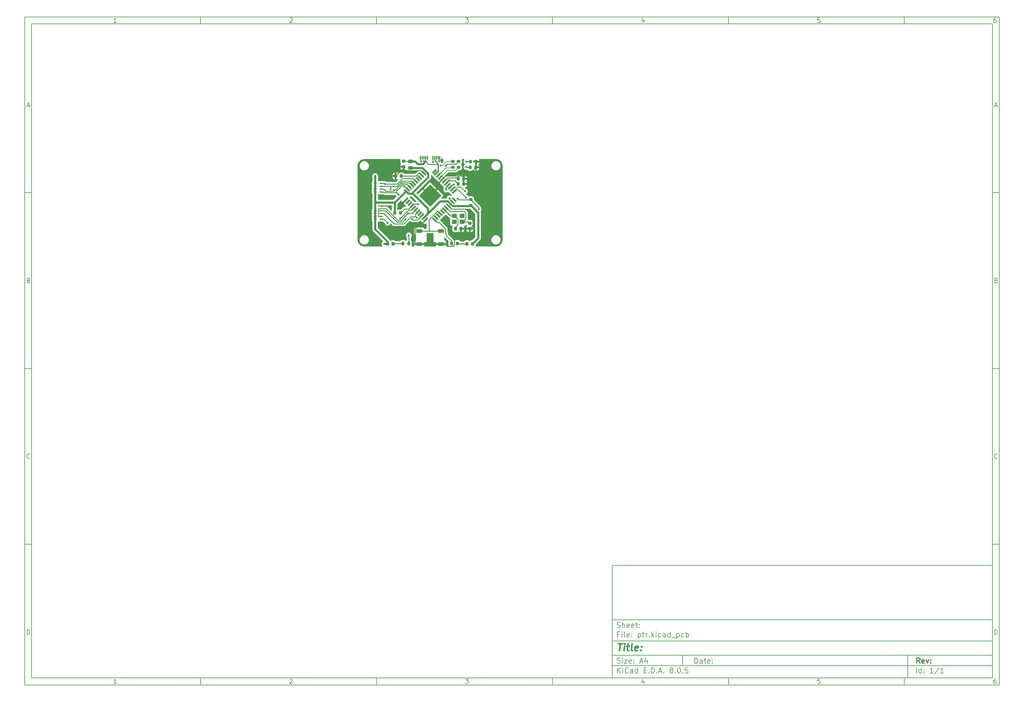
<source format=gbr>
%TF.GenerationSoftware,KiCad,Pcbnew,8.0.5*%
%TF.CreationDate,2024-11-03T20:33:15+08:00*%
%TF.ProjectId,ptr,7074722e-6b69-4636-9164-5f7063625858,rev?*%
%TF.SameCoordinates,Original*%
%TF.FileFunction,Copper,L2,Bot*%
%TF.FilePolarity,Positive*%
%FSLAX46Y46*%
G04 Gerber Fmt 4.6, Leading zero omitted, Abs format (unit mm)*
G04 Created by KiCad (PCBNEW 8.0.5) date 2024-11-03 20:33:15*
%MOMM*%
%LPD*%
G01*
G04 APERTURE LIST*
G04 Aperture macros list*
%AMRoundRect*
0 Rectangle with rounded corners*
0 $1 Rounding radius*
0 $2 $3 $4 $5 $6 $7 $8 $9 X,Y pos of 4 corners*
0 Add a 4 corners polygon primitive as box body*
4,1,4,$2,$3,$4,$5,$6,$7,$8,$9,$2,$3,0*
0 Add four circle primitives for the rounded corners*
1,1,$1+$1,$2,$3*
1,1,$1+$1,$4,$5*
1,1,$1+$1,$6,$7*
1,1,$1+$1,$8,$9*
0 Add four rect primitives between the rounded corners*
20,1,$1+$1,$2,$3,$4,$5,0*
20,1,$1+$1,$4,$5,$6,$7,0*
20,1,$1+$1,$6,$7,$8,$9,0*
20,1,$1+$1,$8,$9,$2,$3,0*%
%AMRotRect*
0 Rectangle, with rotation*
0 The origin of the aperture is its center*
0 $1 length*
0 $2 width*
0 $3 Rotation angle, in degrees counterclockwise*
0 Add horizontal line*
21,1,$1,$2,0,0,$3*%
G04 Aperture macros list end*
%ADD10C,0.100000*%
%ADD11C,0.150000*%
%ADD12C,0.300000*%
%ADD13C,0.400000*%
%TA.AperFunction,SMDPad,CuDef*%
%ADD14R,0.380000X1.000000*%
%TD*%
%TA.AperFunction,SMDPad,CuDef*%
%ADD15R,0.700000X1.150000*%
%TD*%
%TA.AperFunction,SMDPad,CuDef*%
%ADD16RoundRect,0.218750X0.218750X0.256250X-0.218750X0.256250X-0.218750X-0.256250X0.218750X-0.256250X0*%
%TD*%
%TA.AperFunction,SMDPad,CuDef*%
%ADD17RoundRect,0.243750X-0.456250X0.243750X-0.456250X-0.243750X0.456250X-0.243750X0.456250X0.243750X0*%
%TD*%
%TA.AperFunction,SMDPad,CuDef*%
%ADD18RoundRect,0.225000X-0.225000X-0.250000X0.225000X-0.250000X0.225000X0.250000X-0.225000X0.250000X0*%
%TD*%
%TA.AperFunction,SMDPad,CuDef*%
%ADD19RoundRect,0.225000X-0.250000X0.225000X-0.250000X-0.225000X0.250000X-0.225000X0.250000X0.225000X0*%
%TD*%
%TA.AperFunction,SMDPad,CuDef*%
%ADD20RoundRect,0.200000X-0.275000X0.200000X-0.275000X-0.200000X0.275000X-0.200000X0.275000X0.200000X0*%
%TD*%
%TA.AperFunction,SMDPad,CuDef*%
%ADD21RoundRect,0.200000X-0.200000X-0.275000X0.200000X-0.275000X0.200000X0.275000X-0.200000X0.275000X0*%
%TD*%
%TA.AperFunction,SMDPad,CuDef*%
%ADD22R,1.800000X1.100000*%
%TD*%
%TA.AperFunction,SMDPad,CuDef*%
%ADD23RoundRect,0.218750X-0.218750X-0.256250X0.218750X-0.256250X0.218750X0.256250X-0.218750X0.256250X0*%
%TD*%
%TA.AperFunction,SMDPad,CuDef*%
%ADD24R,1.400000X1.200000*%
%TD*%
%TA.AperFunction,SMDPad,CuDef*%
%ADD25R,0.900000X0.400000*%
%TD*%
%TA.AperFunction,SMDPad,CuDef*%
%ADD26RoundRect,0.200000X0.200000X0.275000X-0.200000X0.275000X-0.200000X-0.275000X0.200000X-0.275000X0*%
%TD*%
%TA.AperFunction,SMDPad,CuDef*%
%ADD27RoundRect,0.225000X0.225000X0.250000X-0.225000X0.250000X-0.225000X-0.250000X0.225000X-0.250000X0*%
%TD*%
%TA.AperFunction,SMDPad,CuDef*%
%ADD28RoundRect,0.200000X0.275000X-0.200000X0.275000X0.200000X-0.275000X0.200000X-0.275000X-0.200000X0*%
%TD*%
%TA.AperFunction,SMDPad,CuDef*%
%ADD29RoundRect,0.225000X0.250000X-0.225000X0.250000X0.225000X-0.250000X0.225000X-0.250000X-0.225000X0*%
%TD*%
%TA.AperFunction,SMDPad,CuDef*%
%ADD30RotRect,1.500000X0.550000X225.000000*%
%TD*%
%TA.AperFunction,SMDPad,CuDef*%
%ADD31RotRect,1.500000X0.550000X135.000000*%
%TD*%
%TA.AperFunction,SMDPad,CuDef*%
%ADD32RotRect,4.500000X4.500000X225.000000*%
%TD*%
%TA.AperFunction,ViaPad*%
%ADD33C,0.600000*%
%TD*%
%TA.AperFunction,Conductor*%
%ADD34C,0.220000*%
%TD*%
%TA.AperFunction,Conductor*%
%ADD35C,0.600000*%
%TD*%
%TA.AperFunction,Conductor*%
%ADD36C,0.380000*%
%TD*%
%TA.AperFunction,Conductor*%
%ADD37C,0.200000*%
%TD*%
G04 APERTURE END LIST*
D10*
D11*
X177002200Y-166007200D02*
X285002200Y-166007200D01*
X285002200Y-198007200D01*
X177002200Y-198007200D01*
X177002200Y-166007200D01*
D10*
D11*
X10000000Y-10000000D02*
X287002200Y-10000000D01*
X287002200Y-200007200D01*
X10000000Y-200007200D01*
X10000000Y-10000000D01*
D10*
D11*
X12000000Y-12000000D02*
X285002200Y-12000000D01*
X285002200Y-198007200D01*
X12000000Y-198007200D01*
X12000000Y-12000000D01*
D10*
D11*
X60000000Y-12000000D02*
X60000000Y-10000000D01*
D10*
D11*
X110000000Y-12000000D02*
X110000000Y-10000000D01*
D10*
D11*
X160000000Y-12000000D02*
X160000000Y-10000000D01*
D10*
D11*
X210000000Y-12000000D02*
X210000000Y-10000000D01*
D10*
D11*
X260000000Y-12000000D02*
X260000000Y-10000000D01*
D10*
D11*
X36089160Y-11593604D02*
X35346303Y-11593604D01*
X35717731Y-11593604D02*
X35717731Y-10293604D01*
X35717731Y-10293604D02*
X35593922Y-10479319D01*
X35593922Y-10479319D02*
X35470112Y-10603128D01*
X35470112Y-10603128D02*
X35346303Y-10665033D01*
D10*
D11*
X85346303Y-10417414D02*
X85408207Y-10355509D01*
X85408207Y-10355509D02*
X85532017Y-10293604D01*
X85532017Y-10293604D02*
X85841541Y-10293604D01*
X85841541Y-10293604D02*
X85965350Y-10355509D01*
X85965350Y-10355509D02*
X86027255Y-10417414D01*
X86027255Y-10417414D02*
X86089160Y-10541223D01*
X86089160Y-10541223D02*
X86089160Y-10665033D01*
X86089160Y-10665033D02*
X86027255Y-10850747D01*
X86027255Y-10850747D02*
X85284398Y-11593604D01*
X85284398Y-11593604D02*
X86089160Y-11593604D01*
D10*
D11*
X135284398Y-10293604D02*
X136089160Y-10293604D01*
X136089160Y-10293604D02*
X135655826Y-10788842D01*
X135655826Y-10788842D02*
X135841541Y-10788842D01*
X135841541Y-10788842D02*
X135965350Y-10850747D01*
X135965350Y-10850747D02*
X136027255Y-10912652D01*
X136027255Y-10912652D02*
X136089160Y-11036461D01*
X136089160Y-11036461D02*
X136089160Y-11345985D01*
X136089160Y-11345985D02*
X136027255Y-11469795D01*
X136027255Y-11469795D02*
X135965350Y-11531700D01*
X135965350Y-11531700D02*
X135841541Y-11593604D01*
X135841541Y-11593604D02*
X135470112Y-11593604D01*
X135470112Y-11593604D02*
X135346303Y-11531700D01*
X135346303Y-11531700D02*
X135284398Y-11469795D01*
D10*
D11*
X185965350Y-10726938D02*
X185965350Y-11593604D01*
X185655826Y-10231700D02*
X185346303Y-11160271D01*
X185346303Y-11160271D02*
X186151064Y-11160271D01*
D10*
D11*
X236027255Y-10293604D02*
X235408207Y-10293604D01*
X235408207Y-10293604D02*
X235346303Y-10912652D01*
X235346303Y-10912652D02*
X235408207Y-10850747D01*
X235408207Y-10850747D02*
X235532017Y-10788842D01*
X235532017Y-10788842D02*
X235841541Y-10788842D01*
X235841541Y-10788842D02*
X235965350Y-10850747D01*
X235965350Y-10850747D02*
X236027255Y-10912652D01*
X236027255Y-10912652D02*
X236089160Y-11036461D01*
X236089160Y-11036461D02*
X236089160Y-11345985D01*
X236089160Y-11345985D02*
X236027255Y-11469795D01*
X236027255Y-11469795D02*
X235965350Y-11531700D01*
X235965350Y-11531700D02*
X235841541Y-11593604D01*
X235841541Y-11593604D02*
X235532017Y-11593604D01*
X235532017Y-11593604D02*
X235408207Y-11531700D01*
X235408207Y-11531700D02*
X235346303Y-11469795D01*
D10*
D11*
X285965350Y-10293604D02*
X285717731Y-10293604D01*
X285717731Y-10293604D02*
X285593922Y-10355509D01*
X285593922Y-10355509D02*
X285532017Y-10417414D01*
X285532017Y-10417414D02*
X285408207Y-10603128D01*
X285408207Y-10603128D02*
X285346303Y-10850747D01*
X285346303Y-10850747D02*
X285346303Y-11345985D01*
X285346303Y-11345985D02*
X285408207Y-11469795D01*
X285408207Y-11469795D02*
X285470112Y-11531700D01*
X285470112Y-11531700D02*
X285593922Y-11593604D01*
X285593922Y-11593604D02*
X285841541Y-11593604D01*
X285841541Y-11593604D02*
X285965350Y-11531700D01*
X285965350Y-11531700D02*
X286027255Y-11469795D01*
X286027255Y-11469795D02*
X286089160Y-11345985D01*
X286089160Y-11345985D02*
X286089160Y-11036461D01*
X286089160Y-11036461D02*
X286027255Y-10912652D01*
X286027255Y-10912652D02*
X285965350Y-10850747D01*
X285965350Y-10850747D02*
X285841541Y-10788842D01*
X285841541Y-10788842D02*
X285593922Y-10788842D01*
X285593922Y-10788842D02*
X285470112Y-10850747D01*
X285470112Y-10850747D02*
X285408207Y-10912652D01*
X285408207Y-10912652D02*
X285346303Y-11036461D01*
D10*
D11*
X60000000Y-198007200D02*
X60000000Y-200007200D01*
D10*
D11*
X110000000Y-198007200D02*
X110000000Y-200007200D01*
D10*
D11*
X160000000Y-198007200D02*
X160000000Y-200007200D01*
D10*
D11*
X210000000Y-198007200D02*
X210000000Y-200007200D01*
D10*
D11*
X260000000Y-198007200D02*
X260000000Y-200007200D01*
D10*
D11*
X36089160Y-199600804D02*
X35346303Y-199600804D01*
X35717731Y-199600804D02*
X35717731Y-198300804D01*
X35717731Y-198300804D02*
X35593922Y-198486519D01*
X35593922Y-198486519D02*
X35470112Y-198610328D01*
X35470112Y-198610328D02*
X35346303Y-198672233D01*
D10*
D11*
X85346303Y-198424614D02*
X85408207Y-198362709D01*
X85408207Y-198362709D02*
X85532017Y-198300804D01*
X85532017Y-198300804D02*
X85841541Y-198300804D01*
X85841541Y-198300804D02*
X85965350Y-198362709D01*
X85965350Y-198362709D02*
X86027255Y-198424614D01*
X86027255Y-198424614D02*
X86089160Y-198548423D01*
X86089160Y-198548423D02*
X86089160Y-198672233D01*
X86089160Y-198672233D02*
X86027255Y-198857947D01*
X86027255Y-198857947D02*
X85284398Y-199600804D01*
X85284398Y-199600804D02*
X86089160Y-199600804D01*
D10*
D11*
X135284398Y-198300804D02*
X136089160Y-198300804D01*
X136089160Y-198300804D02*
X135655826Y-198796042D01*
X135655826Y-198796042D02*
X135841541Y-198796042D01*
X135841541Y-198796042D02*
X135965350Y-198857947D01*
X135965350Y-198857947D02*
X136027255Y-198919852D01*
X136027255Y-198919852D02*
X136089160Y-199043661D01*
X136089160Y-199043661D02*
X136089160Y-199353185D01*
X136089160Y-199353185D02*
X136027255Y-199476995D01*
X136027255Y-199476995D02*
X135965350Y-199538900D01*
X135965350Y-199538900D02*
X135841541Y-199600804D01*
X135841541Y-199600804D02*
X135470112Y-199600804D01*
X135470112Y-199600804D02*
X135346303Y-199538900D01*
X135346303Y-199538900D02*
X135284398Y-199476995D01*
D10*
D11*
X185965350Y-198734138D02*
X185965350Y-199600804D01*
X185655826Y-198238900D02*
X185346303Y-199167471D01*
X185346303Y-199167471D02*
X186151064Y-199167471D01*
D10*
D11*
X236027255Y-198300804D02*
X235408207Y-198300804D01*
X235408207Y-198300804D02*
X235346303Y-198919852D01*
X235346303Y-198919852D02*
X235408207Y-198857947D01*
X235408207Y-198857947D02*
X235532017Y-198796042D01*
X235532017Y-198796042D02*
X235841541Y-198796042D01*
X235841541Y-198796042D02*
X235965350Y-198857947D01*
X235965350Y-198857947D02*
X236027255Y-198919852D01*
X236027255Y-198919852D02*
X236089160Y-199043661D01*
X236089160Y-199043661D02*
X236089160Y-199353185D01*
X236089160Y-199353185D02*
X236027255Y-199476995D01*
X236027255Y-199476995D02*
X235965350Y-199538900D01*
X235965350Y-199538900D02*
X235841541Y-199600804D01*
X235841541Y-199600804D02*
X235532017Y-199600804D01*
X235532017Y-199600804D02*
X235408207Y-199538900D01*
X235408207Y-199538900D02*
X235346303Y-199476995D01*
D10*
D11*
X285965350Y-198300804D02*
X285717731Y-198300804D01*
X285717731Y-198300804D02*
X285593922Y-198362709D01*
X285593922Y-198362709D02*
X285532017Y-198424614D01*
X285532017Y-198424614D02*
X285408207Y-198610328D01*
X285408207Y-198610328D02*
X285346303Y-198857947D01*
X285346303Y-198857947D02*
X285346303Y-199353185D01*
X285346303Y-199353185D02*
X285408207Y-199476995D01*
X285408207Y-199476995D02*
X285470112Y-199538900D01*
X285470112Y-199538900D02*
X285593922Y-199600804D01*
X285593922Y-199600804D02*
X285841541Y-199600804D01*
X285841541Y-199600804D02*
X285965350Y-199538900D01*
X285965350Y-199538900D02*
X286027255Y-199476995D01*
X286027255Y-199476995D02*
X286089160Y-199353185D01*
X286089160Y-199353185D02*
X286089160Y-199043661D01*
X286089160Y-199043661D02*
X286027255Y-198919852D01*
X286027255Y-198919852D02*
X285965350Y-198857947D01*
X285965350Y-198857947D02*
X285841541Y-198796042D01*
X285841541Y-198796042D02*
X285593922Y-198796042D01*
X285593922Y-198796042D02*
X285470112Y-198857947D01*
X285470112Y-198857947D02*
X285408207Y-198919852D01*
X285408207Y-198919852D02*
X285346303Y-199043661D01*
D10*
D11*
X10000000Y-60000000D02*
X12000000Y-60000000D01*
D10*
D11*
X10000000Y-110000000D02*
X12000000Y-110000000D01*
D10*
D11*
X10000000Y-160000000D02*
X12000000Y-160000000D01*
D10*
D11*
X10690476Y-35222176D02*
X11309523Y-35222176D01*
X10566666Y-35593604D02*
X10999999Y-34293604D01*
X10999999Y-34293604D02*
X11433333Y-35593604D01*
D10*
D11*
X11092857Y-84912652D02*
X11278571Y-84974557D01*
X11278571Y-84974557D02*
X11340476Y-85036461D01*
X11340476Y-85036461D02*
X11402380Y-85160271D01*
X11402380Y-85160271D02*
X11402380Y-85345985D01*
X11402380Y-85345985D02*
X11340476Y-85469795D01*
X11340476Y-85469795D02*
X11278571Y-85531700D01*
X11278571Y-85531700D02*
X11154761Y-85593604D01*
X11154761Y-85593604D02*
X10659523Y-85593604D01*
X10659523Y-85593604D02*
X10659523Y-84293604D01*
X10659523Y-84293604D02*
X11092857Y-84293604D01*
X11092857Y-84293604D02*
X11216666Y-84355509D01*
X11216666Y-84355509D02*
X11278571Y-84417414D01*
X11278571Y-84417414D02*
X11340476Y-84541223D01*
X11340476Y-84541223D02*
X11340476Y-84665033D01*
X11340476Y-84665033D02*
X11278571Y-84788842D01*
X11278571Y-84788842D02*
X11216666Y-84850747D01*
X11216666Y-84850747D02*
X11092857Y-84912652D01*
X11092857Y-84912652D02*
X10659523Y-84912652D01*
D10*
D11*
X11402380Y-135469795D02*
X11340476Y-135531700D01*
X11340476Y-135531700D02*
X11154761Y-135593604D01*
X11154761Y-135593604D02*
X11030952Y-135593604D01*
X11030952Y-135593604D02*
X10845238Y-135531700D01*
X10845238Y-135531700D02*
X10721428Y-135407890D01*
X10721428Y-135407890D02*
X10659523Y-135284080D01*
X10659523Y-135284080D02*
X10597619Y-135036461D01*
X10597619Y-135036461D02*
X10597619Y-134850747D01*
X10597619Y-134850747D02*
X10659523Y-134603128D01*
X10659523Y-134603128D02*
X10721428Y-134479319D01*
X10721428Y-134479319D02*
X10845238Y-134355509D01*
X10845238Y-134355509D02*
X11030952Y-134293604D01*
X11030952Y-134293604D02*
X11154761Y-134293604D01*
X11154761Y-134293604D02*
X11340476Y-134355509D01*
X11340476Y-134355509D02*
X11402380Y-134417414D01*
D10*
D11*
X10659523Y-185593604D02*
X10659523Y-184293604D01*
X10659523Y-184293604D02*
X10969047Y-184293604D01*
X10969047Y-184293604D02*
X11154761Y-184355509D01*
X11154761Y-184355509D02*
X11278571Y-184479319D01*
X11278571Y-184479319D02*
X11340476Y-184603128D01*
X11340476Y-184603128D02*
X11402380Y-184850747D01*
X11402380Y-184850747D02*
X11402380Y-185036461D01*
X11402380Y-185036461D02*
X11340476Y-185284080D01*
X11340476Y-185284080D02*
X11278571Y-185407890D01*
X11278571Y-185407890D02*
X11154761Y-185531700D01*
X11154761Y-185531700D02*
X10969047Y-185593604D01*
X10969047Y-185593604D02*
X10659523Y-185593604D01*
D10*
D11*
X287002200Y-60000000D02*
X285002200Y-60000000D01*
D10*
D11*
X287002200Y-110000000D02*
X285002200Y-110000000D01*
D10*
D11*
X287002200Y-160000000D02*
X285002200Y-160000000D01*
D10*
D11*
X285692676Y-35222176D02*
X286311723Y-35222176D01*
X285568866Y-35593604D02*
X286002199Y-34293604D01*
X286002199Y-34293604D02*
X286435533Y-35593604D01*
D10*
D11*
X286095057Y-84912652D02*
X286280771Y-84974557D01*
X286280771Y-84974557D02*
X286342676Y-85036461D01*
X286342676Y-85036461D02*
X286404580Y-85160271D01*
X286404580Y-85160271D02*
X286404580Y-85345985D01*
X286404580Y-85345985D02*
X286342676Y-85469795D01*
X286342676Y-85469795D02*
X286280771Y-85531700D01*
X286280771Y-85531700D02*
X286156961Y-85593604D01*
X286156961Y-85593604D02*
X285661723Y-85593604D01*
X285661723Y-85593604D02*
X285661723Y-84293604D01*
X285661723Y-84293604D02*
X286095057Y-84293604D01*
X286095057Y-84293604D02*
X286218866Y-84355509D01*
X286218866Y-84355509D02*
X286280771Y-84417414D01*
X286280771Y-84417414D02*
X286342676Y-84541223D01*
X286342676Y-84541223D02*
X286342676Y-84665033D01*
X286342676Y-84665033D02*
X286280771Y-84788842D01*
X286280771Y-84788842D02*
X286218866Y-84850747D01*
X286218866Y-84850747D02*
X286095057Y-84912652D01*
X286095057Y-84912652D02*
X285661723Y-84912652D01*
D10*
D11*
X286404580Y-135469795D02*
X286342676Y-135531700D01*
X286342676Y-135531700D02*
X286156961Y-135593604D01*
X286156961Y-135593604D02*
X286033152Y-135593604D01*
X286033152Y-135593604D02*
X285847438Y-135531700D01*
X285847438Y-135531700D02*
X285723628Y-135407890D01*
X285723628Y-135407890D02*
X285661723Y-135284080D01*
X285661723Y-135284080D02*
X285599819Y-135036461D01*
X285599819Y-135036461D02*
X285599819Y-134850747D01*
X285599819Y-134850747D02*
X285661723Y-134603128D01*
X285661723Y-134603128D02*
X285723628Y-134479319D01*
X285723628Y-134479319D02*
X285847438Y-134355509D01*
X285847438Y-134355509D02*
X286033152Y-134293604D01*
X286033152Y-134293604D02*
X286156961Y-134293604D01*
X286156961Y-134293604D02*
X286342676Y-134355509D01*
X286342676Y-134355509D02*
X286404580Y-134417414D01*
D10*
D11*
X285661723Y-185593604D02*
X285661723Y-184293604D01*
X285661723Y-184293604D02*
X285971247Y-184293604D01*
X285971247Y-184293604D02*
X286156961Y-184355509D01*
X286156961Y-184355509D02*
X286280771Y-184479319D01*
X286280771Y-184479319D02*
X286342676Y-184603128D01*
X286342676Y-184603128D02*
X286404580Y-184850747D01*
X286404580Y-184850747D02*
X286404580Y-185036461D01*
X286404580Y-185036461D02*
X286342676Y-185284080D01*
X286342676Y-185284080D02*
X286280771Y-185407890D01*
X286280771Y-185407890D02*
X286156961Y-185531700D01*
X286156961Y-185531700D02*
X285971247Y-185593604D01*
X285971247Y-185593604D02*
X285661723Y-185593604D01*
D10*
D11*
X200458026Y-193793328D02*
X200458026Y-192293328D01*
X200458026Y-192293328D02*
X200815169Y-192293328D01*
X200815169Y-192293328D02*
X201029455Y-192364757D01*
X201029455Y-192364757D02*
X201172312Y-192507614D01*
X201172312Y-192507614D02*
X201243741Y-192650471D01*
X201243741Y-192650471D02*
X201315169Y-192936185D01*
X201315169Y-192936185D02*
X201315169Y-193150471D01*
X201315169Y-193150471D02*
X201243741Y-193436185D01*
X201243741Y-193436185D02*
X201172312Y-193579042D01*
X201172312Y-193579042D02*
X201029455Y-193721900D01*
X201029455Y-193721900D02*
X200815169Y-193793328D01*
X200815169Y-193793328D02*
X200458026Y-193793328D01*
X202600884Y-193793328D02*
X202600884Y-193007614D01*
X202600884Y-193007614D02*
X202529455Y-192864757D01*
X202529455Y-192864757D02*
X202386598Y-192793328D01*
X202386598Y-192793328D02*
X202100884Y-192793328D01*
X202100884Y-192793328D02*
X201958026Y-192864757D01*
X202600884Y-193721900D02*
X202458026Y-193793328D01*
X202458026Y-193793328D02*
X202100884Y-193793328D01*
X202100884Y-193793328D02*
X201958026Y-193721900D01*
X201958026Y-193721900D02*
X201886598Y-193579042D01*
X201886598Y-193579042D02*
X201886598Y-193436185D01*
X201886598Y-193436185D02*
X201958026Y-193293328D01*
X201958026Y-193293328D02*
X202100884Y-193221900D01*
X202100884Y-193221900D02*
X202458026Y-193221900D01*
X202458026Y-193221900D02*
X202600884Y-193150471D01*
X203100884Y-192793328D02*
X203672312Y-192793328D01*
X203315169Y-192293328D02*
X203315169Y-193579042D01*
X203315169Y-193579042D02*
X203386598Y-193721900D01*
X203386598Y-193721900D02*
X203529455Y-193793328D01*
X203529455Y-193793328D02*
X203672312Y-193793328D01*
X204743741Y-193721900D02*
X204600884Y-193793328D01*
X204600884Y-193793328D02*
X204315170Y-193793328D01*
X204315170Y-193793328D02*
X204172312Y-193721900D01*
X204172312Y-193721900D02*
X204100884Y-193579042D01*
X204100884Y-193579042D02*
X204100884Y-193007614D01*
X204100884Y-193007614D02*
X204172312Y-192864757D01*
X204172312Y-192864757D02*
X204315170Y-192793328D01*
X204315170Y-192793328D02*
X204600884Y-192793328D01*
X204600884Y-192793328D02*
X204743741Y-192864757D01*
X204743741Y-192864757D02*
X204815170Y-193007614D01*
X204815170Y-193007614D02*
X204815170Y-193150471D01*
X204815170Y-193150471D02*
X204100884Y-193293328D01*
X205458026Y-193650471D02*
X205529455Y-193721900D01*
X205529455Y-193721900D02*
X205458026Y-193793328D01*
X205458026Y-193793328D02*
X205386598Y-193721900D01*
X205386598Y-193721900D02*
X205458026Y-193650471D01*
X205458026Y-193650471D02*
X205458026Y-193793328D01*
X205458026Y-192864757D02*
X205529455Y-192936185D01*
X205529455Y-192936185D02*
X205458026Y-193007614D01*
X205458026Y-193007614D02*
X205386598Y-192936185D01*
X205386598Y-192936185D02*
X205458026Y-192864757D01*
X205458026Y-192864757D02*
X205458026Y-193007614D01*
D10*
D11*
X177002200Y-194507200D02*
X285002200Y-194507200D01*
D10*
D11*
X178458026Y-196593328D02*
X178458026Y-195093328D01*
X179315169Y-196593328D02*
X178672312Y-195736185D01*
X179315169Y-195093328D02*
X178458026Y-195950471D01*
X179958026Y-196593328D02*
X179958026Y-195593328D01*
X179958026Y-195093328D02*
X179886598Y-195164757D01*
X179886598Y-195164757D02*
X179958026Y-195236185D01*
X179958026Y-195236185D02*
X180029455Y-195164757D01*
X180029455Y-195164757D02*
X179958026Y-195093328D01*
X179958026Y-195093328D02*
X179958026Y-195236185D01*
X181529455Y-196450471D02*
X181458027Y-196521900D01*
X181458027Y-196521900D02*
X181243741Y-196593328D01*
X181243741Y-196593328D02*
X181100884Y-196593328D01*
X181100884Y-196593328D02*
X180886598Y-196521900D01*
X180886598Y-196521900D02*
X180743741Y-196379042D01*
X180743741Y-196379042D02*
X180672312Y-196236185D01*
X180672312Y-196236185D02*
X180600884Y-195950471D01*
X180600884Y-195950471D02*
X180600884Y-195736185D01*
X180600884Y-195736185D02*
X180672312Y-195450471D01*
X180672312Y-195450471D02*
X180743741Y-195307614D01*
X180743741Y-195307614D02*
X180886598Y-195164757D01*
X180886598Y-195164757D02*
X181100884Y-195093328D01*
X181100884Y-195093328D02*
X181243741Y-195093328D01*
X181243741Y-195093328D02*
X181458027Y-195164757D01*
X181458027Y-195164757D02*
X181529455Y-195236185D01*
X182815170Y-196593328D02*
X182815170Y-195807614D01*
X182815170Y-195807614D02*
X182743741Y-195664757D01*
X182743741Y-195664757D02*
X182600884Y-195593328D01*
X182600884Y-195593328D02*
X182315170Y-195593328D01*
X182315170Y-195593328D02*
X182172312Y-195664757D01*
X182815170Y-196521900D02*
X182672312Y-196593328D01*
X182672312Y-196593328D02*
X182315170Y-196593328D01*
X182315170Y-196593328D02*
X182172312Y-196521900D01*
X182172312Y-196521900D02*
X182100884Y-196379042D01*
X182100884Y-196379042D02*
X182100884Y-196236185D01*
X182100884Y-196236185D02*
X182172312Y-196093328D01*
X182172312Y-196093328D02*
X182315170Y-196021900D01*
X182315170Y-196021900D02*
X182672312Y-196021900D01*
X182672312Y-196021900D02*
X182815170Y-195950471D01*
X184172313Y-196593328D02*
X184172313Y-195093328D01*
X184172313Y-196521900D02*
X184029455Y-196593328D01*
X184029455Y-196593328D02*
X183743741Y-196593328D01*
X183743741Y-196593328D02*
X183600884Y-196521900D01*
X183600884Y-196521900D02*
X183529455Y-196450471D01*
X183529455Y-196450471D02*
X183458027Y-196307614D01*
X183458027Y-196307614D02*
X183458027Y-195879042D01*
X183458027Y-195879042D02*
X183529455Y-195736185D01*
X183529455Y-195736185D02*
X183600884Y-195664757D01*
X183600884Y-195664757D02*
X183743741Y-195593328D01*
X183743741Y-195593328D02*
X184029455Y-195593328D01*
X184029455Y-195593328D02*
X184172313Y-195664757D01*
X186029455Y-195807614D02*
X186529455Y-195807614D01*
X186743741Y-196593328D02*
X186029455Y-196593328D01*
X186029455Y-196593328D02*
X186029455Y-195093328D01*
X186029455Y-195093328D02*
X186743741Y-195093328D01*
X187386598Y-196450471D02*
X187458027Y-196521900D01*
X187458027Y-196521900D02*
X187386598Y-196593328D01*
X187386598Y-196593328D02*
X187315170Y-196521900D01*
X187315170Y-196521900D02*
X187386598Y-196450471D01*
X187386598Y-196450471D02*
X187386598Y-196593328D01*
X188100884Y-196593328D02*
X188100884Y-195093328D01*
X188100884Y-195093328D02*
X188458027Y-195093328D01*
X188458027Y-195093328D02*
X188672313Y-195164757D01*
X188672313Y-195164757D02*
X188815170Y-195307614D01*
X188815170Y-195307614D02*
X188886599Y-195450471D01*
X188886599Y-195450471D02*
X188958027Y-195736185D01*
X188958027Y-195736185D02*
X188958027Y-195950471D01*
X188958027Y-195950471D02*
X188886599Y-196236185D01*
X188886599Y-196236185D02*
X188815170Y-196379042D01*
X188815170Y-196379042D02*
X188672313Y-196521900D01*
X188672313Y-196521900D02*
X188458027Y-196593328D01*
X188458027Y-196593328D02*
X188100884Y-196593328D01*
X189600884Y-196450471D02*
X189672313Y-196521900D01*
X189672313Y-196521900D02*
X189600884Y-196593328D01*
X189600884Y-196593328D02*
X189529456Y-196521900D01*
X189529456Y-196521900D02*
X189600884Y-196450471D01*
X189600884Y-196450471D02*
X189600884Y-196593328D01*
X190243742Y-196164757D02*
X190958028Y-196164757D01*
X190100885Y-196593328D02*
X190600885Y-195093328D01*
X190600885Y-195093328D02*
X191100885Y-196593328D01*
X191600884Y-196450471D02*
X191672313Y-196521900D01*
X191672313Y-196521900D02*
X191600884Y-196593328D01*
X191600884Y-196593328D02*
X191529456Y-196521900D01*
X191529456Y-196521900D02*
X191600884Y-196450471D01*
X191600884Y-196450471D02*
X191600884Y-196593328D01*
X193672313Y-195736185D02*
X193529456Y-195664757D01*
X193529456Y-195664757D02*
X193458027Y-195593328D01*
X193458027Y-195593328D02*
X193386599Y-195450471D01*
X193386599Y-195450471D02*
X193386599Y-195379042D01*
X193386599Y-195379042D02*
X193458027Y-195236185D01*
X193458027Y-195236185D02*
X193529456Y-195164757D01*
X193529456Y-195164757D02*
X193672313Y-195093328D01*
X193672313Y-195093328D02*
X193958027Y-195093328D01*
X193958027Y-195093328D02*
X194100885Y-195164757D01*
X194100885Y-195164757D02*
X194172313Y-195236185D01*
X194172313Y-195236185D02*
X194243742Y-195379042D01*
X194243742Y-195379042D02*
X194243742Y-195450471D01*
X194243742Y-195450471D02*
X194172313Y-195593328D01*
X194172313Y-195593328D02*
X194100885Y-195664757D01*
X194100885Y-195664757D02*
X193958027Y-195736185D01*
X193958027Y-195736185D02*
X193672313Y-195736185D01*
X193672313Y-195736185D02*
X193529456Y-195807614D01*
X193529456Y-195807614D02*
X193458027Y-195879042D01*
X193458027Y-195879042D02*
X193386599Y-196021900D01*
X193386599Y-196021900D02*
X193386599Y-196307614D01*
X193386599Y-196307614D02*
X193458027Y-196450471D01*
X193458027Y-196450471D02*
X193529456Y-196521900D01*
X193529456Y-196521900D02*
X193672313Y-196593328D01*
X193672313Y-196593328D02*
X193958027Y-196593328D01*
X193958027Y-196593328D02*
X194100885Y-196521900D01*
X194100885Y-196521900D02*
X194172313Y-196450471D01*
X194172313Y-196450471D02*
X194243742Y-196307614D01*
X194243742Y-196307614D02*
X194243742Y-196021900D01*
X194243742Y-196021900D02*
X194172313Y-195879042D01*
X194172313Y-195879042D02*
X194100885Y-195807614D01*
X194100885Y-195807614D02*
X193958027Y-195736185D01*
X194886598Y-196450471D02*
X194958027Y-196521900D01*
X194958027Y-196521900D02*
X194886598Y-196593328D01*
X194886598Y-196593328D02*
X194815170Y-196521900D01*
X194815170Y-196521900D02*
X194886598Y-196450471D01*
X194886598Y-196450471D02*
X194886598Y-196593328D01*
X195886599Y-195093328D02*
X196029456Y-195093328D01*
X196029456Y-195093328D02*
X196172313Y-195164757D01*
X196172313Y-195164757D02*
X196243742Y-195236185D01*
X196243742Y-195236185D02*
X196315170Y-195379042D01*
X196315170Y-195379042D02*
X196386599Y-195664757D01*
X196386599Y-195664757D02*
X196386599Y-196021900D01*
X196386599Y-196021900D02*
X196315170Y-196307614D01*
X196315170Y-196307614D02*
X196243742Y-196450471D01*
X196243742Y-196450471D02*
X196172313Y-196521900D01*
X196172313Y-196521900D02*
X196029456Y-196593328D01*
X196029456Y-196593328D02*
X195886599Y-196593328D01*
X195886599Y-196593328D02*
X195743742Y-196521900D01*
X195743742Y-196521900D02*
X195672313Y-196450471D01*
X195672313Y-196450471D02*
X195600884Y-196307614D01*
X195600884Y-196307614D02*
X195529456Y-196021900D01*
X195529456Y-196021900D02*
X195529456Y-195664757D01*
X195529456Y-195664757D02*
X195600884Y-195379042D01*
X195600884Y-195379042D02*
X195672313Y-195236185D01*
X195672313Y-195236185D02*
X195743742Y-195164757D01*
X195743742Y-195164757D02*
X195886599Y-195093328D01*
X197029455Y-196450471D02*
X197100884Y-196521900D01*
X197100884Y-196521900D02*
X197029455Y-196593328D01*
X197029455Y-196593328D02*
X196958027Y-196521900D01*
X196958027Y-196521900D02*
X197029455Y-196450471D01*
X197029455Y-196450471D02*
X197029455Y-196593328D01*
X198458027Y-195093328D02*
X197743741Y-195093328D01*
X197743741Y-195093328D02*
X197672313Y-195807614D01*
X197672313Y-195807614D02*
X197743741Y-195736185D01*
X197743741Y-195736185D02*
X197886599Y-195664757D01*
X197886599Y-195664757D02*
X198243741Y-195664757D01*
X198243741Y-195664757D02*
X198386599Y-195736185D01*
X198386599Y-195736185D02*
X198458027Y-195807614D01*
X198458027Y-195807614D02*
X198529456Y-195950471D01*
X198529456Y-195950471D02*
X198529456Y-196307614D01*
X198529456Y-196307614D02*
X198458027Y-196450471D01*
X198458027Y-196450471D02*
X198386599Y-196521900D01*
X198386599Y-196521900D02*
X198243741Y-196593328D01*
X198243741Y-196593328D02*
X197886599Y-196593328D01*
X197886599Y-196593328D02*
X197743741Y-196521900D01*
X197743741Y-196521900D02*
X197672313Y-196450471D01*
D10*
D11*
X177002200Y-191507200D02*
X285002200Y-191507200D01*
D10*
D12*
X264413853Y-193785528D02*
X263913853Y-193071242D01*
X263556710Y-193785528D02*
X263556710Y-192285528D01*
X263556710Y-192285528D02*
X264128139Y-192285528D01*
X264128139Y-192285528D02*
X264270996Y-192356957D01*
X264270996Y-192356957D02*
X264342425Y-192428385D01*
X264342425Y-192428385D02*
X264413853Y-192571242D01*
X264413853Y-192571242D02*
X264413853Y-192785528D01*
X264413853Y-192785528D02*
X264342425Y-192928385D01*
X264342425Y-192928385D02*
X264270996Y-192999814D01*
X264270996Y-192999814D02*
X264128139Y-193071242D01*
X264128139Y-193071242D02*
X263556710Y-193071242D01*
X265628139Y-193714100D02*
X265485282Y-193785528D01*
X265485282Y-193785528D02*
X265199568Y-193785528D01*
X265199568Y-193785528D02*
X265056710Y-193714100D01*
X265056710Y-193714100D02*
X264985282Y-193571242D01*
X264985282Y-193571242D02*
X264985282Y-192999814D01*
X264985282Y-192999814D02*
X265056710Y-192856957D01*
X265056710Y-192856957D02*
X265199568Y-192785528D01*
X265199568Y-192785528D02*
X265485282Y-192785528D01*
X265485282Y-192785528D02*
X265628139Y-192856957D01*
X265628139Y-192856957D02*
X265699568Y-192999814D01*
X265699568Y-192999814D02*
X265699568Y-193142671D01*
X265699568Y-193142671D02*
X264985282Y-193285528D01*
X266199567Y-192785528D02*
X266556710Y-193785528D01*
X266556710Y-193785528D02*
X266913853Y-192785528D01*
X267485281Y-193642671D02*
X267556710Y-193714100D01*
X267556710Y-193714100D02*
X267485281Y-193785528D01*
X267485281Y-193785528D02*
X267413853Y-193714100D01*
X267413853Y-193714100D02*
X267485281Y-193642671D01*
X267485281Y-193642671D02*
X267485281Y-193785528D01*
X267485281Y-192856957D02*
X267556710Y-192928385D01*
X267556710Y-192928385D02*
X267485281Y-192999814D01*
X267485281Y-192999814D02*
X267413853Y-192928385D01*
X267413853Y-192928385D02*
X267485281Y-192856957D01*
X267485281Y-192856957D02*
X267485281Y-192999814D01*
D10*
D11*
X178386598Y-193721900D02*
X178600884Y-193793328D01*
X178600884Y-193793328D02*
X178958026Y-193793328D01*
X178958026Y-193793328D02*
X179100884Y-193721900D01*
X179100884Y-193721900D02*
X179172312Y-193650471D01*
X179172312Y-193650471D02*
X179243741Y-193507614D01*
X179243741Y-193507614D02*
X179243741Y-193364757D01*
X179243741Y-193364757D02*
X179172312Y-193221900D01*
X179172312Y-193221900D02*
X179100884Y-193150471D01*
X179100884Y-193150471D02*
X178958026Y-193079042D01*
X178958026Y-193079042D02*
X178672312Y-193007614D01*
X178672312Y-193007614D02*
X178529455Y-192936185D01*
X178529455Y-192936185D02*
X178458026Y-192864757D01*
X178458026Y-192864757D02*
X178386598Y-192721900D01*
X178386598Y-192721900D02*
X178386598Y-192579042D01*
X178386598Y-192579042D02*
X178458026Y-192436185D01*
X178458026Y-192436185D02*
X178529455Y-192364757D01*
X178529455Y-192364757D02*
X178672312Y-192293328D01*
X178672312Y-192293328D02*
X179029455Y-192293328D01*
X179029455Y-192293328D02*
X179243741Y-192364757D01*
X179886597Y-193793328D02*
X179886597Y-192793328D01*
X179886597Y-192293328D02*
X179815169Y-192364757D01*
X179815169Y-192364757D02*
X179886597Y-192436185D01*
X179886597Y-192436185D02*
X179958026Y-192364757D01*
X179958026Y-192364757D02*
X179886597Y-192293328D01*
X179886597Y-192293328D02*
X179886597Y-192436185D01*
X180458026Y-192793328D02*
X181243741Y-192793328D01*
X181243741Y-192793328D02*
X180458026Y-193793328D01*
X180458026Y-193793328D02*
X181243741Y-193793328D01*
X182386598Y-193721900D02*
X182243741Y-193793328D01*
X182243741Y-193793328D02*
X181958027Y-193793328D01*
X181958027Y-193793328D02*
X181815169Y-193721900D01*
X181815169Y-193721900D02*
X181743741Y-193579042D01*
X181743741Y-193579042D02*
X181743741Y-193007614D01*
X181743741Y-193007614D02*
X181815169Y-192864757D01*
X181815169Y-192864757D02*
X181958027Y-192793328D01*
X181958027Y-192793328D02*
X182243741Y-192793328D01*
X182243741Y-192793328D02*
X182386598Y-192864757D01*
X182386598Y-192864757D02*
X182458027Y-193007614D01*
X182458027Y-193007614D02*
X182458027Y-193150471D01*
X182458027Y-193150471D02*
X181743741Y-193293328D01*
X183100883Y-193650471D02*
X183172312Y-193721900D01*
X183172312Y-193721900D02*
X183100883Y-193793328D01*
X183100883Y-193793328D02*
X183029455Y-193721900D01*
X183029455Y-193721900D02*
X183100883Y-193650471D01*
X183100883Y-193650471D02*
X183100883Y-193793328D01*
X183100883Y-192864757D02*
X183172312Y-192936185D01*
X183172312Y-192936185D02*
X183100883Y-193007614D01*
X183100883Y-193007614D02*
X183029455Y-192936185D01*
X183029455Y-192936185D02*
X183100883Y-192864757D01*
X183100883Y-192864757D02*
X183100883Y-193007614D01*
X184886598Y-193364757D02*
X185600884Y-193364757D01*
X184743741Y-193793328D02*
X185243741Y-192293328D01*
X185243741Y-192293328D02*
X185743741Y-193793328D01*
X186886598Y-192793328D02*
X186886598Y-193793328D01*
X186529455Y-192221900D02*
X186172312Y-193293328D01*
X186172312Y-193293328D02*
X187100883Y-193293328D01*
D10*
D11*
X263458026Y-196593328D02*
X263458026Y-195093328D01*
X264815170Y-196593328D02*
X264815170Y-195093328D01*
X264815170Y-196521900D02*
X264672312Y-196593328D01*
X264672312Y-196593328D02*
X264386598Y-196593328D01*
X264386598Y-196593328D02*
X264243741Y-196521900D01*
X264243741Y-196521900D02*
X264172312Y-196450471D01*
X264172312Y-196450471D02*
X264100884Y-196307614D01*
X264100884Y-196307614D02*
X264100884Y-195879042D01*
X264100884Y-195879042D02*
X264172312Y-195736185D01*
X264172312Y-195736185D02*
X264243741Y-195664757D01*
X264243741Y-195664757D02*
X264386598Y-195593328D01*
X264386598Y-195593328D02*
X264672312Y-195593328D01*
X264672312Y-195593328D02*
X264815170Y-195664757D01*
X265529455Y-196450471D02*
X265600884Y-196521900D01*
X265600884Y-196521900D02*
X265529455Y-196593328D01*
X265529455Y-196593328D02*
X265458027Y-196521900D01*
X265458027Y-196521900D02*
X265529455Y-196450471D01*
X265529455Y-196450471D02*
X265529455Y-196593328D01*
X265529455Y-195664757D02*
X265600884Y-195736185D01*
X265600884Y-195736185D02*
X265529455Y-195807614D01*
X265529455Y-195807614D02*
X265458027Y-195736185D01*
X265458027Y-195736185D02*
X265529455Y-195664757D01*
X265529455Y-195664757D02*
X265529455Y-195807614D01*
X268172313Y-196593328D02*
X267315170Y-196593328D01*
X267743741Y-196593328D02*
X267743741Y-195093328D01*
X267743741Y-195093328D02*
X267600884Y-195307614D01*
X267600884Y-195307614D02*
X267458027Y-195450471D01*
X267458027Y-195450471D02*
X267315170Y-195521900D01*
X269886598Y-195021900D02*
X268600884Y-196950471D01*
X271172313Y-196593328D02*
X270315170Y-196593328D01*
X270743741Y-196593328D02*
X270743741Y-195093328D01*
X270743741Y-195093328D02*
X270600884Y-195307614D01*
X270600884Y-195307614D02*
X270458027Y-195450471D01*
X270458027Y-195450471D02*
X270315170Y-195521900D01*
D10*
D11*
X177002200Y-187507200D02*
X285002200Y-187507200D01*
D10*
D13*
X178693928Y-188211638D02*
X179836785Y-188211638D01*
X179015357Y-190211638D02*
X179265357Y-188211638D01*
X180253452Y-190211638D02*
X180420119Y-188878304D01*
X180503452Y-188211638D02*
X180396309Y-188306876D01*
X180396309Y-188306876D02*
X180479643Y-188402114D01*
X180479643Y-188402114D02*
X180586786Y-188306876D01*
X180586786Y-188306876D02*
X180503452Y-188211638D01*
X180503452Y-188211638D02*
X180479643Y-188402114D01*
X181086786Y-188878304D02*
X181848690Y-188878304D01*
X181455833Y-188211638D02*
X181241548Y-189925923D01*
X181241548Y-189925923D02*
X181312976Y-190116400D01*
X181312976Y-190116400D02*
X181491548Y-190211638D01*
X181491548Y-190211638D02*
X181682024Y-190211638D01*
X182634405Y-190211638D02*
X182455833Y-190116400D01*
X182455833Y-190116400D02*
X182384405Y-189925923D01*
X182384405Y-189925923D02*
X182598690Y-188211638D01*
X184170119Y-190116400D02*
X183967738Y-190211638D01*
X183967738Y-190211638D02*
X183586785Y-190211638D01*
X183586785Y-190211638D02*
X183408214Y-190116400D01*
X183408214Y-190116400D02*
X183336785Y-189925923D01*
X183336785Y-189925923D02*
X183432024Y-189164019D01*
X183432024Y-189164019D02*
X183551071Y-188973542D01*
X183551071Y-188973542D02*
X183753452Y-188878304D01*
X183753452Y-188878304D02*
X184134404Y-188878304D01*
X184134404Y-188878304D02*
X184312976Y-188973542D01*
X184312976Y-188973542D02*
X184384404Y-189164019D01*
X184384404Y-189164019D02*
X184360595Y-189354495D01*
X184360595Y-189354495D02*
X183384404Y-189544971D01*
X185134405Y-190021161D02*
X185217738Y-190116400D01*
X185217738Y-190116400D02*
X185110595Y-190211638D01*
X185110595Y-190211638D02*
X185027262Y-190116400D01*
X185027262Y-190116400D02*
X185134405Y-190021161D01*
X185134405Y-190021161D02*
X185110595Y-190211638D01*
X185265357Y-188973542D02*
X185348690Y-189068780D01*
X185348690Y-189068780D02*
X185241548Y-189164019D01*
X185241548Y-189164019D02*
X185158214Y-189068780D01*
X185158214Y-189068780D02*
X185265357Y-188973542D01*
X185265357Y-188973542D02*
X185241548Y-189164019D01*
D10*
D11*
X178958026Y-185607614D02*
X178458026Y-185607614D01*
X178458026Y-186393328D02*
X178458026Y-184893328D01*
X178458026Y-184893328D02*
X179172312Y-184893328D01*
X179743740Y-186393328D02*
X179743740Y-185393328D01*
X179743740Y-184893328D02*
X179672312Y-184964757D01*
X179672312Y-184964757D02*
X179743740Y-185036185D01*
X179743740Y-185036185D02*
X179815169Y-184964757D01*
X179815169Y-184964757D02*
X179743740Y-184893328D01*
X179743740Y-184893328D02*
X179743740Y-185036185D01*
X180672312Y-186393328D02*
X180529455Y-186321900D01*
X180529455Y-186321900D02*
X180458026Y-186179042D01*
X180458026Y-186179042D02*
X180458026Y-184893328D01*
X181815169Y-186321900D02*
X181672312Y-186393328D01*
X181672312Y-186393328D02*
X181386598Y-186393328D01*
X181386598Y-186393328D02*
X181243740Y-186321900D01*
X181243740Y-186321900D02*
X181172312Y-186179042D01*
X181172312Y-186179042D02*
X181172312Y-185607614D01*
X181172312Y-185607614D02*
X181243740Y-185464757D01*
X181243740Y-185464757D02*
X181386598Y-185393328D01*
X181386598Y-185393328D02*
X181672312Y-185393328D01*
X181672312Y-185393328D02*
X181815169Y-185464757D01*
X181815169Y-185464757D02*
X181886598Y-185607614D01*
X181886598Y-185607614D02*
X181886598Y-185750471D01*
X181886598Y-185750471D02*
X181172312Y-185893328D01*
X182529454Y-186250471D02*
X182600883Y-186321900D01*
X182600883Y-186321900D02*
X182529454Y-186393328D01*
X182529454Y-186393328D02*
X182458026Y-186321900D01*
X182458026Y-186321900D02*
X182529454Y-186250471D01*
X182529454Y-186250471D02*
X182529454Y-186393328D01*
X182529454Y-185464757D02*
X182600883Y-185536185D01*
X182600883Y-185536185D02*
X182529454Y-185607614D01*
X182529454Y-185607614D02*
X182458026Y-185536185D01*
X182458026Y-185536185D02*
X182529454Y-185464757D01*
X182529454Y-185464757D02*
X182529454Y-185607614D01*
X184386597Y-185393328D02*
X184386597Y-186893328D01*
X184386597Y-185464757D02*
X184529455Y-185393328D01*
X184529455Y-185393328D02*
X184815169Y-185393328D01*
X184815169Y-185393328D02*
X184958026Y-185464757D01*
X184958026Y-185464757D02*
X185029455Y-185536185D01*
X185029455Y-185536185D02*
X185100883Y-185679042D01*
X185100883Y-185679042D02*
X185100883Y-186107614D01*
X185100883Y-186107614D02*
X185029455Y-186250471D01*
X185029455Y-186250471D02*
X184958026Y-186321900D01*
X184958026Y-186321900D02*
X184815169Y-186393328D01*
X184815169Y-186393328D02*
X184529455Y-186393328D01*
X184529455Y-186393328D02*
X184386597Y-186321900D01*
X185529455Y-185393328D02*
X186100883Y-185393328D01*
X185743740Y-184893328D02*
X185743740Y-186179042D01*
X185743740Y-186179042D02*
X185815169Y-186321900D01*
X185815169Y-186321900D02*
X185958026Y-186393328D01*
X185958026Y-186393328D02*
X186100883Y-186393328D01*
X186600883Y-186393328D02*
X186600883Y-185393328D01*
X186600883Y-185679042D02*
X186672312Y-185536185D01*
X186672312Y-185536185D02*
X186743741Y-185464757D01*
X186743741Y-185464757D02*
X186886598Y-185393328D01*
X186886598Y-185393328D02*
X187029455Y-185393328D01*
X187529454Y-186250471D02*
X187600883Y-186321900D01*
X187600883Y-186321900D02*
X187529454Y-186393328D01*
X187529454Y-186393328D02*
X187458026Y-186321900D01*
X187458026Y-186321900D02*
X187529454Y-186250471D01*
X187529454Y-186250471D02*
X187529454Y-186393328D01*
X188243740Y-186393328D02*
X188243740Y-184893328D01*
X188386598Y-185821900D02*
X188815169Y-186393328D01*
X188815169Y-185393328D02*
X188243740Y-185964757D01*
X189458026Y-186393328D02*
X189458026Y-185393328D01*
X189458026Y-184893328D02*
X189386598Y-184964757D01*
X189386598Y-184964757D02*
X189458026Y-185036185D01*
X189458026Y-185036185D02*
X189529455Y-184964757D01*
X189529455Y-184964757D02*
X189458026Y-184893328D01*
X189458026Y-184893328D02*
X189458026Y-185036185D01*
X190815170Y-186321900D02*
X190672312Y-186393328D01*
X190672312Y-186393328D02*
X190386598Y-186393328D01*
X190386598Y-186393328D02*
X190243741Y-186321900D01*
X190243741Y-186321900D02*
X190172312Y-186250471D01*
X190172312Y-186250471D02*
X190100884Y-186107614D01*
X190100884Y-186107614D02*
X190100884Y-185679042D01*
X190100884Y-185679042D02*
X190172312Y-185536185D01*
X190172312Y-185536185D02*
X190243741Y-185464757D01*
X190243741Y-185464757D02*
X190386598Y-185393328D01*
X190386598Y-185393328D02*
X190672312Y-185393328D01*
X190672312Y-185393328D02*
X190815170Y-185464757D01*
X192100884Y-186393328D02*
X192100884Y-185607614D01*
X192100884Y-185607614D02*
X192029455Y-185464757D01*
X192029455Y-185464757D02*
X191886598Y-185393328D01*
X191886598Y-185393328D02*
X191600884Y-185393328D01*
X191600884Y-185393328D02*
X191458026Y-185464757D01*
X192100884Y-186321900D02*
X191958026Y-186393328D01*
X191958026Y-186393328D02*
X191600884Y-186393328D01*
X191600884Y-186393328D02*
X191458026Y-186321900D01*
X191458026Y-186321900D02*
X191386598Y-186179042D01*
X191386598Y-186179042D02*
X191386598Y-186036185D01*
X191386598Y-186036185D02*
X191458026Y-185893328D01*
X191458026Y-185893328D02*
X191600884Y-185821900D01*
X191600884Y-185821900D02*
X191958026Y-185821900D01*
X191958026Y-185821900D02*
X192100884Y-185750471D01*
X193458027Y-186393328D02*
X193458027Y-184893328D01*
X193458027Y-186321900D02*
X193315169Y-186393328D01*
X193315169Y-186393328D02*
X193029455Y-186393328D01*
X193029455Y-186393328D02*
X192886598Y-186321900D01*
X192886598Y-186321900D02*
X192815169Y-186250471D01*
X192815169Y-186250471D02*
X192743741Y-186107614D01*
X192743741Y-186107614D02*
X192743741Y-185679042D01*
X192743741Y-185679042D02*
X192815169Y-185536185D01*
X192815169Y-185536185D02*
X192886598Y-185464757D01*
X192886598Y-185464757D02*
X193029455Y-185393328D01*
X193029455Y-185393328D02*
X193315169Y-185393328D01*
X193315169Y-185393328D02*
X193458027Y-185464757D01*
X193815170Y-186536185D02*
X194958027Y-186536185D01*
X195315169Y-185393328D02*
X195315169Y-186893328D01*
X195315169Y-185464757D02*
X195458027Y-185393328D01*
X195458027Y-185393328D02*
X195743741Y-185393328D01*
X195743741Y-185393328D02*
X195886598Y-185464757D01*
X195886598Y-185464757D02*
X195958027Y-185536185D01*
X195958027Y-185536185D02*
X196029455Y-185679042D01*
X196029455Y-185679042D02*
X196029455Y-186107614D01*
X196029455Y-186107614D02*
X195958027Y-186250471D01*
X195958027Y-186250471D02*
X195886598Y-186321900D01*
X195886598Y-186321900D02*
X195743741Y-186393328D01*
X195743741Y-186393328D02*
X195458027Y-186393328D01*
X195458027Y-186393328D02*
X195315169Y-186321900D01*
X197315170Y-186321900D02*
X197172312Y-186393328D01*
X197172312Y-186393328D02*
X196886598Y-186393328D01*
X196886598Y-186393328D02*
X196743741Y-186321900D01*
X196743741Y-186321900D02*
X196672312Y-186250471D01*
X196672312Y-186250471D02*
X196600884Y-186107614D01*
X196600884Y-186107614D02*
X196600884Y-185679042D01*
X196600884Y-185679042D02*
X196672312Y-185536185D01*
X196672312Y-185536185D02*
X196743741Y-185464757D01*
X196743741Y-185464757D02*
X196886598Y-185393328D01*
X196886598Y-185393328D02*
X197172312Y-185393328D01*
X197172312Y-185393328D02*
X197315170Y-185464757D01*
X197958026Y-186393328D02*
X197958026Y-184893328D01*
X197958026Y-185464757D02*
X198100884Y-185393328D01*
X198100884Y-185393328D02*
X198386598Y-185393328D01*
X198386598Y-185393328D02*
X198529455Y-185464757D01*
X198529455Y-185464757D02*
X198600884Y-185536185D01*
X198600884Y-185536185D02*
X198672312Y-185679042D01*
X198672312Y-185679042D02*
X198672312Y-186107614D01*
X198672312Y-186107614D02*
X198600884Y-186250471D01*
X198600884Y-186250471D02*
X198529455Y-186321900D01*
X198529455Y-186321900D02*
X198386598Y-186393328D01*
X198386598Y-186393328D02*
X198100884Y-186393328D01*
X198100884Y-186393328D02*
X197958026Y-186321900D01*
D10*
D11*
X177002200Y-181507200D02*
X285002200Y-181507200D01*
D10*
D11*
X178386598Y-183621900D02*
X178600884Y-183693328D01*
X178600884Y-183693328D02*
X178958026Y-183693328D01*
X178958026Y-183693328D02*
X179100884Y-183621900D01*
X179100884Y-183621900D02*
X179172312Y-183550471D01*
X179172312Y-183550471D02*
X179243741Y-183407614D01*
X179243741Y-183407614D02*
X179243741Y-183264757D01*
X179243741Y-183264757D02*
X179172312Y-183121900D01*
X179172312Y-183121900D02*
X179100884Y-183050471D01*
X179100884Y-183050471D02*
X178958026Y-182979042D01*
X178958026Y-182979042D02*
X178672312Y-182907614D01*
X178672312Y-182907614D02*
X178529455Y-182836185D01*
X178529455Y-182836185D02*
X178458026Y-182764757D01*
X178458026Y-182764757D02*
X178386598Y-182621900D01*
X178386598Y-182621900D02*
X178386598Y-182479042D01*
X178386598Y-182479042D02*
X178458026Y-182336185D01*
X178458026Y-182336185D02*
X178529455Y-182264757D01*
X178529455Y-182264757D02*
X178672312Y-182193328D01*
X178672312Y-182193328D02*
X179029455Y-182193328D01*
X179029455Y-182193328D02*
X179243741Y-182264757D01*
X179886597Y-183693328D02*
X179886597Y-182193328D01*
X180529455Y-183693328D02*
X180529455Y-182907614D01*
X180529455Y-182907614D02*
X180458026Y-182764757D01*
X180458026Y-182764757D02*
X180315169Y-182693328D01*
X180315169Y-182693328D02*
X180100883Y-182693328D01*
X180100883Y-182693328D02*
X179958026Y-182764757D01*
X179958026Y-182764757D02*
X179886597Y-182836185D01*
X181815169Y-183621900D02*
X181672312Y-183693328D01*
X181672312Y-183693328D02*
X181386598Y-183693328D01*
X181386598Y-183693328D02*
X181243740Y-183621900D01*
X181243740Y-183621900D02*
X181172312Y-183479042D01*
X181172312Y-183479042D02*
X181172312Y-182907614D01*
X181172312Y-182907614D02*
X181243740Y-182764757D01*
X181243740Y-182764757D02*
X181386598Y-182693328D01*
X181386598Y-182693328D02*
X181672312Y-182693328D01*
X181672312Y-182693328D02*
X181815169Y-182764757D01*
X181815169Y-182764757D02*
X181886598Y-182907614D01*
X181886598Y-182907614D02*
X181886598Y-183050471D01*
X181886598Y-183050471D02*
X181172312Y-183193328D01*
X183100883Y-183621900D02*
X182958026Y-183693328D01*
X182958026Y-183693328D02*
X182672312Y-183693328D01*
X182672312Y-183693328D02*
X182529454Y-183621900D01*
X182529454Y-183621900D02*
X182458026Y-183479042D01*
X182458026Y-183479042D02*
X182458026Y-182907614D01*
X182458026Y-182907614D02*
X182529454Y-182764757D01*
X182529454Y-182764757D02*
X182672312Y-182693328D01*
X182672312Y-182693328D02*
X182958026Y-182693328D01*
X182958026Y-182693328D02*
X183100883Y-182764757D01*
X183100883Y-182764757D02*
X183172312Y-182907614D01*
X183172312Y-182907614D02*
X183172312Y-183050471D01*
X183172312Y-183050471D02*
X182458026Y-183193328D01*
X183600883Y-182693328D02*
X184172311Y-182693328D01*
X183815168Y-182193328D02*
X183815168Y-183479042D01*
X183815168Y-183479042D02*
X183886597Y-183621900D01*
X183886597Y-183621900D02*
X184029454Y-183693328D01*
X184029454Y-183693328D02*
X184172311Y-183693328D01*
X184672311Y-183550471D02*
X184743740Y-183621900D01*
X184743740Y-183621900D02*
X184672311Y-183693328D01*
X184672311Y-183693328D02*
X184600883Y-183621900D01*
X184600883Y-183621900D02*
X184672311Y-183550471D01*
X184672311Y-183550471D02*
X184672311Y-183693328D01*
X184672311Y-182764757D02*
X184743740Y-182836185D01*
X184743740Y-182836185D02*
X184672311Y-182907614D01*
X184672311Y-182907614D02*
X184600883Y-182836185D01*
X184600883Y-182836185D02*
X184672311Y-182764757D01*
X184672311Y-182764757D02*
X184672311Y-182907614D01*
D10*
D11*
X197002200Y-191507200D02*
X197002200Y-194507200D01*
D10*
D11*
X261002200Y-191507200D02*
X261002200Y-198007200D01*
D14*
%TO.P,P1,B1,GND*%
%TO.N,GND*%
X128000000Y-50038000D03*
%TO.P,P1,B2,TX2+*%
%TO.N,unconnected-(P1-TX2+-PadB2)*%
X127500000Y-50038000D03*
%TO.P,P1,B3,TX2-*%
%TO.N,unconnected-(P1-TX2--PadB3)*%
X127000000Y-50038000D03*
%TO.P,P1,B4,VBUS*%
%TO.N,VBUS*%
X126500000Y-50038000D03*
%TO.P,P1,B5,VCONN*%
%TO.N,Net-(P1-VCONN)*%
X126000000Y-50038000D03*
%TO.P,P1,B8,SBU2*%
%TO.N,unconnected-(P1-SBU2-PadB8)*%
X124500000Y-50038000D03*
%TO.P,P1,B9,VBUS*%
%TO.N,VBUS*%
X124000000Y-50038000D03*
%TO.P,P1,B10,RX1-*%
%TO.N,unconnected-(P1-RX1--PadB10)*%
X123500000Y-50038000D03*
%TO.P,P1,B11,RX1+*%
%TO.N,unconnected-(P1-RX1+-PadB11)*%
X123000000Y-50038000D03*
%TO.P,P1,B12,GND*%
%TO.N,GND*%
X122500000Y-50038000D03*
D15*
%TO.P,P1,S1,SHIELD*%
X128670000Y-50878000D03*
%TD*%
D16*
%TO.P,D5,1,K*%
%TO.N,Net-(D5-K)*%
X114703500Y-74500000D03*
%TO.P,D5,2,A*%
%TO.N,VCC*%
X113128500Y-74500000D03*
%TD*%
D17*
%TO.P,F1,1*%
%TO.N,VBUS*%
X119634000Y-51054000D03*
%TO.P,F1,2*%
%TO.N,VCC*%
X119634000Y-52929000D03*
%TD*%
D18*
%TO.P,C4,1*%
%TO.N,GND*%
X115450000Y-55250000D03*
%TO.P,C4,2*%
%TO.N,Net-(U1-AREF)*%
X117000000Y-55250000D03*
%TD*%
D19*
%TO.P,C1,1*%
%TO.N,VBUS*%
X117729000Y-51028000D03*
%TO.P,C1,2*%
%TO.N,GND*%
X117729000Y-52578000D03*
%TD*%
D20*
%TO.P,R2,1*%
%TO.N,/DN*%
X131700000Y-51100000D03*
%TO.P,R2,2*%
%TO.N,/D-*%
X131700000Y-52750000D03*
%TD*%
D21*
%TO.P,R6,1*%
%TO.N,VCC*%
X115175000Y-65750000D03*
%TO.P,R6,2*%
%TO.N,/DATA7*%
X116825000Y-65750000D03*
%TD*%
D22*
%TO.P,SW1,1,1*%
%TO.N,Net-(U1-PD1)*%
X128322000Y-70906000D03*
X122122000Y-70906000D03*
%TO.P,SW1,2,2*%
%TO.N,GND*%
X128322000Y-74606000D03*
X122122000Y-74606000D03*
%TD*%
D23*
%TO.P,D6,1,K*%
%TO.N,Net-(D6-K)*%
X135675000Y-74500000D03*
%TO.P,D6,2,A*%
%TO.N,VCC*%
X137250000Y-74500000D03*
%TD*%
D24*
%TO.P,Y1,1,1*%
%TO.N,Net-(U1-XTAL2)*%
X134323000Y-68287000D03*
%TO.P,Y1,2,2*%
%TO.N,unconnected-(Y1-Pad2)*%
X132123000Y-68287000D03*
%TO.P,Y1,3,3*%
%TO.N,Net-(U1-XTAL1)*%
X132123000Y-66587000D03*
%TO.P,Y1,4,4*%
%TO.N,unconnected-(Y1-Pad4)*%
X134323000Y-66587000D03*
%TD*%
D25*
%TO.P,RN2,1,R1.1*%
%TO.N,/DATA0*%
X111314600Y-57372400D03*
%TO.P,RN2,2,R2.1*%
%TO.N,/DATA1*%
X111314600Y-58172400D03*
%TO.P,RN2,3,R3.1*%
%TO.N,/DATA2*%
X111314600Y-58972400D03*
%TO.P,RN2,4,R4.1*%
%TO.N,/FEED*%
X111314600Y-59772400D03*
%TO.P,RN2,5,R4.2*%
%TO.N,VCC*%
X109614600Y-59772400D03*
%TO.P,RN2,6,R3.2*%
X109614600Y-58972400D03*
%TO.P,RN2,7,R2.2*%
X109614600Y-58172400D03*
%TO.P,RN2,8,R1.2*%
X109614600Y-57372400D03*
%TD*%
D26*
%TO.P,R4,1*%
%TO.N,Net-(U1-PB0)*%
X119126000Y-74422000D03*
%TO.P,R4,2*%
%TO.N,Net-(D5-K)*%
X117476000Y-74422000D03*
%TD*%
D20*
%TO.P,R1,1*%
%TO.N,/DP*%
X133300000Y-51100000D03*
%TO.P,R1,2*%
%TO.N,/D+*%
X133300000Y-52750000D03*
%TD*%
D21*
%TO.P,R7,1*%
%TO.N,Net-(P1-CC)*%
X136600000Y-52800000D03*
%TO.P,R7,2*%
%TO.N,GND*%
X138250000Y-52800000D03*
%TD*%
D18*
%TO.P,C6,1*%
%TO.N,VBUS*%
X133200000Y-57500000D03*
%TO.P,C6,2*%
%TO.N,GND*%
X134750000Y-57500000D03*
%TD*%
D27*
%TO.P,C2,1*%
%TO.N,GND*%
X133998000Y-70231000D03*
%TO.P,C2,2*%
%TO.N,Net-(U1-XTAL1)*%
X132448000Y-70231000D03*
%TD*%
D21*
%TO.P,R5,1*%
%TO.N,Net-(U1-PD5)*%
X131318000Y-74422000D03*
%TO.P,R5,2*%
%TO.N,Net-(D6-K)*%
X132968000Y-74422000D03*
%TD*%
D28*
%TO.P,R3,1*%
%TO.N,VCC*%
X136750000Y-63575000D03*
%TO.P,R3,2*%
%TO.N,/RESET*%
X136750000Y-61925000D03*
%TD*%
D27*
%TO.P,C5,1*%
%TO.N,GND*%
X134750000Y-56000000D03*
%TO.P,C5,2*%
%TO.N,Net-(U1-UCAP)*%
X133200000Y-56000000D03*
%TD*%
D25*
%TO.P,RN3,1,R1.1*%
%TO.N,/DATA3*%
X111289200Y-65119400D03*
%TO.P,RN3,2,R2.1*%
%TO.N,/DATA4*%
X111289200Y-65919400D03*
%TO.P,RN3,3,R3.1*%
%TO.N,/DATA5*%
X111289200Y-66719400D03*
%TO.P,RN3,4,R4.1*%
%TO.N,/DATA6*%
X111289200Y-67519400D03*
%TO.P,RN3,5,R4.2*%
%TO.N,VCC*%
X109589200Y-67519400D03*
%TO.P,RN3,6,R3.2*%
X109589200Y-66719400D03*
%TO.P,RN3,7,R2.2*%
X109589200Y-65919400D03*
%TO.P,RN3,8,R1.2*%
X109589200Y-65119400D03*
%TD*%
D29*
%TO.P,C3,1*%
%TO.N,GND*%
X136525000Y-70244000D03*
%TO.P,C3,2*%
%TO.N,Net-(U1-XTAL2)*%
X136525000Y-68694000D03*
%TD*%
D21*
%TO.P,R8,1*%
%TO.N,Net-(P1-VCONN)*%
X136650000Y-51200000D03*
%TO.P,R8,2*%
%TO.N,GND*%
X138300000Y-51200000D03*
%TD*%
D30*
%TO.P,U1,1,PE6*%
%TO.N,unconnected-(U1-PE6-Pad1)*%
X126424082Y-53934264D03*
%TO.P,U1,2,UVCC*%
%TO.N,VBUS*%
X126989767Y-54499950D03*
%TO.P,U1,3,D-*%
%TO.N,/D-*%
X127555452Y-55065635D03*
%TO.P,U1,4,D+*%
%TO.N,/D+*%
X128121138Y-55631320D03*
%TO.P,U1,5,UGND*%
%TO.N,GND*%
X128686823Y-56197006D03*
%TO.P,U1,6,UCAP*%
%TO.N,Net-(U1-UCAP)*%
X129252509Y-56762691D03*
%TO.P,U1,7,VBUS*%
%TO.N,VBUS*%
X129818194Y-57328377D03*
%TO.P,U1,8,PB0*%
%TO.N,Net-(U1-PB0)*%
X130383880Y-57894062D03*
%TO.P,U1,9,PB1*%
%TO.N,/SCK*%
X130949565Y-58459748D03*
%TO.P,U1,10,PB2*%
%TO.N,/MOSI*%
X131515250Y-59025433D03*
%TO.P,U1,11,PB3*%
%TO.N,/MISO*%
X132080936Y-59591118D03*
D31*
%TO.P,U1,12,PB7*%
%TO.N,unconnected-(U1-PB7-Pad12)*%
X132080936Y-61995282D03*
%TO.P,U1,13,~{RESET}*%
%TO.N,/RESET*%
X131515250Y-62560967D03*
%TO.P,U1,14,VCC*%
%TO.N,VCC*%
X130949565Y-63126652D03*
%TO.P,U1,15,GND*%
%TO.N,GND*%
X130383880Y-63692338D03*
%TO.P,U1,16,XTAL2*%
%TO.N,Net-(U1-XTAL2)*%
X129818194Y-64258023D03*
%TO.P,U1,17,XTAL1*%
%TO.N,Net-(U1-XTAL1)*%
X129252509Y-64823709D03*
%TO.P,U1,18,PD0*%
%TO.N,unconnected-(U1-PD0-Pad18)*%
X128686823Y-65389394D03*
%TO.P,U1,19,PD1*%
%TO.N,Net-(U1-PD1)*%
X128121138Y-65955080D03*
%TO.P,U1,20,PD2*%
%TO.N,unconnected-(U1-PD2-Pad20)*%
X127555452Y-66520765D03*
%TO.P,U1,21,PD3*%
%TO.N,unconnected-(U1-PD3-Pad21)*%
X126989767Y-67086450D03*
%TO.P,U1,22,PD5*%
%TO.N,Net-(U1-PD5)*%
X126424082Y-67652136D03*
D30*
%TO.P,U1,23,GND*%
%TO.N,GND*%
X124019918Y-67652136D03*
%TO.P,U1,24,AVCC*%
%TO.N,VCC*%
X123454233Y-67086450D03*
%TO.P,U1,25,PD4*%
%TO.N,/DATA3*%
X122888548Y-66520765D03*
%TO.P,U1,26,PD6*%
%TO.N,unconnected-(U1-PD6-Pad26)*%
X122322862Y-65955080D03*
%TO.P,U1,27,PD7*%
%TO.N,/DATA4*%
X121757177Y-65389394D03*
%TO.P,U1,28,PB4*%
%TO.N,/DATA5*%
X121191491Y-64823709D03*
%TO.P,U1,29,PB5*%
%TO.N,/DATA6*%
X120625806Y-64258023D03*
%TO.P,U1,30,PB6*%
%TO.N,/DATA7*%
X120060120Y-63692338D03*
%TO.P,U1,31,PC6*%
%TO.N,unconnected-(U1-PC6-Pad31)*%
X119494435Y-63126652D03*
%TO.P,U1,32,PC7*%
%TO.N,unconnected-(U1-PC7-Pad32)*%
X118928750Y-62560967D03*
%TO.P,U1,33,~{HWB}/PE2*%
%TO.N,GND*%
X118363064Y-61995282D03*
D31*
%TO.P,U1,34,VCC*%
%TO.N,VCC*%
X118363064Y-59591118D03*
%TO.P,U1,35,GND*%
%TO.N,GND*%
X118928750Y-59025433D03*
%TO.P,U1,36,PF7*%
%TO.N,/FEED*%
X119494435Y-58459748D03*
%TO.P,U1,37,PF6*%
%TO.N,/DATA2*%
X120060120Y-57894062D03*
%TO.P,U1,38,PF5*%
%TO.N,/DATA1*%
X120625806Y-57328377D03*
%TO.P,U1,39,PF4*%
%TO.N,/DATA0*%
X121191491Y-56762691D03*
%TO.P,U1,40,PF1*%
%TO.N,unconnected-(U1-PF1-Pad40)*%
X121757177Y-56197006D03*
%TO.P,U1,41,PF0*%
%TO.N,unconnected-(U1-PF0-Pad41)*%
X122322862Y-55631320D03*
%TO.P,U1,42,AREF*%
%TO.N,Net-(U1-AREF)*%
X122888548Y-55065635D03*
%TO.P,U1,43,GND*%
%TO.N,GND*%
X123454233Y-54499950D03*
%TO.P,U1,44,AVCC*%
%TO.N,VCC*%
X124019918Y-53934264D03*
D32*
%TO.P,U1,45,GND*%
%TO.N,GND*%
X125222000Y-60793200D03*
%TD*%
D33*
%TO.N,GND*%
X125984000Y-56896000D03*
X120396000Y-61976000D03*
%TO.N,/DATA7*%
X121793000Y-63275300D03*
%TO.N,GND*%
X111506000Y-61468000D03*
X111506000Y-63754000D03*
X106680000Y-55880000D03*
X114300000Y-54610000D03*
X114300000Y-52070000D03*
X138430000Y-55880000D03*
X143510000Y-55880000D03*
X140970000Y-52070000D03*
X140970000Y-69850000D03*
X143510000Y-69850000D03*
X140970000Y-72390000D03*
X135890000Y-72390000D03*
X118110000Y-71120000D03*
X115570000Y-71120000D03*
X113030000Y-71120000D03*
X106680000Y-71120000D03*
X106680000Y-68580000D03*
X106680000Y-66040000D03*
X106680000Y-63500000D03*
X137384800Y-69502600D03*
X118178900Y-53728300D03*
X116072300Y-64585300D03*
X137668000Y-51054000D03*
X125222000Y-60793200D03*
X117791200Y-58224300D03*
X122682000Y-51054000D03*
X127762000Y-51054000D03*
%TO.N,VBUS*%
X126873000Y-51054000D03*
X123482000Y-51054000D03*
X130655100Y-56385800D03*
%TO.N,VCC*%
X109601000Y-55245000D03*
X112217000Y-74574400D03*
%TO.N,Net-(P1-VCONN)*%
X126110000Y-51308000D03*
X135509000Y-51181000D03*
%TO.N,Net-(P1-CC)*%
X135509000Y-52705000D03*
%TO.N,/DP*%
X129667000Y-52324000D03*
%TO.N,/DN*%
X128229000Y-52274000D03*
%TO.N,/MOSI*%
X135119600Y-59557200D03*
%TO.N,Net-(U1-PB0)*%
X119180600Y-72127200D03*
X129821500Y-59122800D03*
%TO.N,/SCK*%
X131963900Y-57695000D03*
%TO.N,/MISO*%
X135397500Y-61379300D03*
%TO.N,/RESET*%
X133034700Y-61672200D03*
X130719600Y-61569600D03*
X139039000Y-64712000D03*
%TO.N,/DATA0*%
X112374700Y-57546100D03*
%TO.N,/DATA1*%
X113954900Y-58930400D03*
%TO.N,/DATA2*%
X114987200Y-59336300D03*
%TO.N,/FEED*%
X116267500Y-60540800D03*
%TO.N,/DATA3*%
X118251900Y-67474700D03*
X120073000Y-67474700D03*
%TO.N,/DATA4*%
X121415400Y-67108300D03*
%TO.N,/DATA5*%
X118996300Y-65900800D03*
%TO.N,/DATA6*%
X113156200Y-68584100D03*
X116709700Y-67319500D03*
%TD*%
D34*
%TO.N,GND*%
X137384800Y-66264800D02*
X137384800Y-69502600D01*
X135763000Y-64643000D02*
X137384800Y-66264800D01*
X131334542Y-64643000D02*
X135763000Y-64643000D01*
X130383880Y-63692338D02*
X131334542Y-64643000D01*
%TO.N,/DATA7*%
X117984800Y-64590200D02*
X116825000Y-65750000D01*
X119162258Y-64590200D02*
X117984800Y-64590200D01*
X120060120Y-63692338D02*
X119162258Y-64590200D01*
X121740939Y-63223239D02*
X120529219Y-63223239D01*
X120529219Y-63223239D02*
X120060120Y-63692338D01*
X121793000Y-63275300D02*
X121740939Y-63223239D01*
D35*
%TO.N,VCC*%
X120321200Y-60250200D02*
X119022100Y-60250200D01*
X124587000Y-64516000D02*
X120321200Y-60250200D01*
X124587000Y-65953400D02*
X124587000Y-64516000D01*
X123454100Y-67086300D02*
X124587000Y-65953400D01*
D34*
%TO.N,Net-(U1-PD5)*%
X129762100Y-71454200D02*
X129554900Y-71247000D01*
X129762100Y-72136000D02*
X129762100Y-71454200D01*
X129554900Y-70190100D02*
X129554900Y-71247000D01*
X131318000Y-73691900D02*
X129762100Y-72136000D01*
X131318000Y-74422000D02*
X131318000Y-73691900D01*
%TO.N,Net-(U1-AREF)*%
X121202800Y-55250000D02*
X122137900Y-54314900D01*
X117000000Y-55250000D02*
X121202800Y-55250000D01*
%TO.N,/DATA0*%
X112374700Y-57546100D02*
X115804860Y-57546100D01*
X116583980Y-56766980D02*
X117315960Y-56035000D01*
X115804860Y-57546100D02*
X116583980Y-56766980D01*
X121145391Y-56762691D02*
X121191491Y-56762691D01*
X120417700Y-56035000D02*
X121145391Y-56762691D01*
X117315960Y-56035000D02*
X120417700Y-56035000D01*
X112374700Y-57372400D02*
X112384300Y-57372400D01*
%TO.N,/DATA1*%
X117306030Y-56638900D02*
X119936329Y-56638900D01*
X119936329Y-56638900D02*
X120625806Y-57328377D01*
X115772530Y-58172400D02*
X117306030Y-56638900D01*
X113954900Y-58172400D02*
X115772530Y-58172400D01*
%TO.N,/DATA2*%
X115202600Y-59336300D02*
X117348000Y-57190900D01*
X114987200Y-59336300D02*
X115202600Y-59336300D01*
X117348000Y-57190900D02*
X119261800Y-57190900D01*
%TO.N,/FEED*%
X118845893Y-57811107D02*
X119494400Y-58459700D01*
X115566600Y-59583900D02*
X117537900Y-57612600D01*
X117537900Y-57612600D02*
X118647386Y-57612600D01*
X115566600Y-59772400D02*
X115566600Y-59583900D01*
X118647386Y-57612600D02*
X118845893Y-57811107D01*
X115532900Y-59806100D02*
X115566600Y-59772400D01*
%TO.N,/DATA2*%
X119964962Y-57894062D02*
X119261800Y-57190900D01*
X120060120Y-57894062D02*
X119964962Y-57894062D01*
%TO.N,Net-(U1-XTAL2)*%
X135333000Y-65677000D02*
X134998500Y-65342500D01*
X135333000Y-67497000D02*
X135333000Y-65677000D01*
X134543000Y-68287000D02*
X135333000Y-67497000D01*
X134323000Y-68287000D02*
X134543000Y-68287000D01*
X134998500Y-65342500D02*
X130902700Y-65342500D01*
%TO.N,Net-(U1-XTAL1)*%
X131015800Y-66587000D02*
X129252500Y-64823700D01*
X132123000Y-66587000D02*
X131015800Y-66587000D01*
%TO.N,Net-(U1-PD1)*%
X124877000Y-70906000D02*
X128322000Y-70906000D01*
%TO.N,GND*%
X128322000Y-74606000D02*
X122122000Y-74606000D01*
X122712300Y-68402900D02*
X123269100Y-68402900D01*
X120910300Y-74606000D02*
X120910300Y-70204900D01*
X137266400Y-69502600D02*
X137384800Y-69502600D01*
X128670000Y-50878000D02*
X127938000Y-50878000D01*
X127033400Y-58196700D02*
X127033400Y-58981800D01*
X136525000Y-70244000D02*
X137266400Y-69502600D01*
X138154000Y-51054000D02*
X138300000Y-51200000D01*
X127402200Y-57481600D02*
X127402200Y-57827900D01*
X118199700Y-53749100D02*
X118178900Y-53728300D01*
X122703400Y-53749100D02*
X118199700Y-53749100D01*
X117612400Y-62746000D02*
X117519500Y-62653200D01*
X134750000Y-55194000D02*
X134750000Y-56000000D01*
X117841500Y-58274600D02*
X117791200Y-58224300D01*
X117431100Y-53268900D02*
X115450000Y-55250000D01*
X130137200Y-75209500D02*
X131730400Y-75209500D01*
X134750000Y-55194000D02*
X129689800Y-55194000D01*
X131730400Y-75209500D02*
X132134700Y-74805200D01*
X117719500Y-53268900D02*
X118178900Y-53728300D01*
X134750000Y-56000000D02*
X134750000Y-57500000D01*
X122500000Y-50872000D02*
X122682000Y-51054000D01*
X123454200Y-54499900D02*
X122703400Y-53749100D01*
X127936100Y-56947700D02*
X127402200Y-57481600D01*
X129533700Y-74606000D02*
X130137200Y-75209500D01*
X128686800Y-56197000D02*
X127936100Y-56947700D01*
X137668000Y-51054000D02*
X138154000Y-51054000D01*
X118177900Y-58274600D02*
X117841500Y-58274600D01*
X128322000Y-74606000D02*
X129533700Y-74606000D01*
X132134700Y-74805200D02*
X132134700Y-73522100D01*
X138300000Y-52750000D02*
X138300000Y-51200000D01*
X135856000Y-55194000D02*
X134750000Y-55194000D01*
X116963000Y-62653200D02*
X116072300Y-63543900D01*
X129689800Y-55194000D02*
X128686800Y-56197000D01*
X117729000Y-52989500D02*
X117729000Y-52578000D01*
X117519500Y-62653200D02*
X116963000Y-62653200D01*
X117719500Y-53268900D02*
X117431100Y-53268900D01*
X122500000Y-50038000D02*
X122500000Y-50872000D01*
X120910300Y-70204900D02*
X122712300Y-68402900D01*
X132134700Y-73522100D02*
X134011000Y-71645800D01*
X127938000Y-50878000D02*
X127762000Y-51054000D01*
X122122000Y-74606000D02*
X120910300Y-74606000D01*
X127938000Y-50878000D02*
X127762000Y-51054000D01*
X125222000Y-60793200D02*
X127033400Y-58981800D01*
X116072300Y-63543900D02*
X116072300Y-64585300D01*
X128000000Y-50038000D02*
X128000000Y-50816000D01*
X128000000Y-50816000D02*
X127938000Y-50878000D01*
X117710000Y-52989500D02*
X117719500Y-52989500D01*
X117719500Y-52989500D02*
X117719500Y-53268900D01*
X138250000Y-52800000D02*
X138300000Y-52750000D01*
X134011000Y-70244000D02*
X136525000Y-70244000D01*
X117719500Y-52989500D02*
X117729000Y-52989500D01*
X127402200Y-57827900D02*
X127033400Y-58196700D01*
X118363100Y-61995300D02*
X117612400Y-62746000D01*
X124019900Y-67652100D02*
X123269100Y-68402900D01*
X134011000Y-71645800D02*
X134011000Y-70244000D01*
X138250000Y-52800000D02*
X135856000Y-55194000D01*
X118928700Y-59025400D02*
X118177900Y-58274600D01*
X134011000Y-70244000D02*
X133998000Y-70231000D01*
%TO.N,VBUS*%
X123556000Y-51292500D02*
X123365000Y-51483000D01*
X132277700Y-56577700D02*
X130655100Y-56577700D01*
X126990000Y-54499900D02*
X126990000Y-54500000D01*
X117755000Y-51054000D02*
X117729000Y-51028000D01*
X130655100Y-56577700D02*
X130569000Y-56577700D01*
X124000000Y-51133000D02*
X124000000Y-50848000D01*
X123279000Y-51854000D02*
X124000000Y-51133000D01*
D36*
X126873000Y-51140800D02*
X127490000Y-51757300D01*
D34*
X127264500Y-54225400D02*
X127264300Y-54225400D01*
X123667000Y-51181000D02*
X123556000Y-51292500D01*
X123482000Y-51366000D02*
X123365000Y-51483000D01*
X124835000Y-51967900D02*
X124000000Y-51133000D01*
X127279000Y-51967900D02*
X124835000Y-51967900D01*
X127490000Y-51757300D02*
X127490000Y-51757400D01*
X124000000Y-50038000D02*
X124000000Y-50848000D01*
X133200000Y-57500000D02*
X132277700Y-56577700D01*
D36*
X126873000Y-51054000D02*
X126873000Y-51140800D01*
D34*
X130569000Y-56577700D02*
X130569000Y-56577600D01*
X119634000Y-51054000D02*
X117755000Y-51054000D01*
X127490000Y-51757400D02*
X127279000Y-51967900D01*
D35*
X120929000Y-51054000D02*
X121539000Y-51664000D01*
X119634000Y-51054000D02*
X120929000Y-51054000D01*
D34*
X126500000Y-50681000D02*
X126873000Y-51054000D01*
D36*
X127539000Y-53950900D02*
X127264500Y-54225400D01*
D34*
X129818200Y-57328400D02*
X130569000Y-56577600D01*
D36*
X126990000Y-54499900D02*
X126990000Y-54500000D01*
D34*
X123365000Y-51483000D02*
X123184000Y-51664000D01*
X130655100Y-56577700D02*
X130655100Y-56385800D01*
X126500000Y-50038000D02*
X126500000Y-50681000D01*
D35*
X121729000Y-51854000D02*
X123279000Y-51854000D01*
D34*
X123482000Y-51054000D02*
X123482000Y-51366000D01*
X127264300Y-54225400D02*
X126989800Y-54499900D01*
X123184000Y-51664000D02*
X121539000Y-51664000D01*
D36*
X127539000Y-51806700D02*
X127539000Y-53950900D01*
D35*
X121539000Y-51664000D02*
X121729000Y-51854000D01*
D34*
X124000000Y-50848000D02*
X123556000Y-51292500D01*
D36*
X127490000Y-51757300D02*
X127539000Y-51806700D01*
X127264500Y-54225400D02*
X126990000Y-54499900D01*
D34*
%TO.N,Net-(U1-XTAL1)*%
X133133000Y-69071000D02*
X133133000Y-67497000D01*
X133133000Y-67497000D02*
X132223000Y-66587000D01*
X132223000Y-66587000D02*
X132123000Y-66587000D01*
X132448000Y-70231000D02*
X132448000Y-69756000D01*
X132448000Y-69756000D02*
X133133000Y-69071000D01*
%TO.N,Net-(U1-XTAL2)*%
X134828900Y-68287000D02*
X136118000Y-68287000D01*
X136118000Y-68287000D02*
X136525000Y-68694000D01*
X134323000Y-68287000D02*
X134828900Y-68287000D01*
X129818200Y-64258000D02*
X130902700Y-65342500D01*
%TO.N,Net-(U1-AREF)*%
X122888500Y-55065600D02*
X122137900Y-54314900D01*
%TO.N,VCC*%
X109589200Y-67519400D02*
X109589000Y-67519400D01*
X109589200Y-64604400D02*
X109589200Y-65119400D01*
D35*
X132209700Y-63785800D02*
X136539000Y-63785800D01*
D34*
X124019900Y-53934300D02*
X124020000Y-53934300D01*
D35*
X115175000Y-62779200D02*
X109738000Y-62779200D01*
X119022100Y-60250200D02*
X119963000Y-60250200D01*
D34*
X109614600Y-59772400D02*
X109615000Y-59772400D01*
D35*
X118363000Y-59591100D02*
X119022000Y-60250200D01*
X130290000Y-62467600D02*
X130949800Y-63126500D01*
X109589000Y-57397800D02*
X109614800Y-57372600D01*
X130950000Y-63126700D02*
X131609000Y-63785800D01*
X112217000Y-74574400D02*
X113054000Y-74574400D01*
D34*
X109589200Y-66280600D02*
X109589200Y-65919400D01*
X109614600Y-58984500D02*
X109614600Y-58972400D01*
D35*
X130949800Y-63126500D02*
X130950000Y-63126700D01*
X109615000Y-57372400D02*
X109615000Y-58178600D01*
X109615000Y-58984900D02*
X109615000Y-59772400D01*
X128073000Y-62467600D02*
X130290000Y-62467600D01*
X123454100Y-67086300D02*
X123454000Y-67086400D01*
X118363000Y-59591100D02*
X119022100Y-60250200D01*
X109589000Y-66280800D02*
X109589000Y-64604200D01*
D34*
X109614600Y-58178200D02*
X109614600Y-58172400D01*
D35*
X109738000Y-62779200D02*
X109615000Y-62901700D01*
X115175000Y-62779200D02*
X118363000Y-59591100D01*
D34*
X123454200Y-67086500D02*
X123454100Y-67086400D01*
D35*
X123454000Y-67086400D02*
X128073000Y-62467600D01*
X124679000Y-55534000D02*
X124679000Y-54593400D01*
D34*
X109589200Y-66899900D02*
X109589200Y-66719400D01*
X123454100Y-67086400D02*
X123454100Y-67086300D01*
D35*
X113128000Y-73910900D02*
X109589000Y-70371600D01*
X124679000Y-54593400D02*
X124020000Y-53934300D01*
X119022000Y-60250200D02*
X119022100Y-60250200D01*
X109589000Y-70371600D02*
X109589000Y-67519400D01*
X119963000Y-60250200D02*
X124679000Y-55534000D01*
D34*
X109589000Y-64604200D02*
X109589200Y-64604400D01*
D35*
X109615000Y-59772400D02*
X109615000Y-62901700D01*
X109615000Y-58178600D02*
X109615000Y-58984900D01*
X124020000Y-53934300D02*
X123015000Y-52929000D01*
X109615000Y-55258600D02*
X109601000Y-55245000D01*
X136539000Y-63785800D02*
X136750000Y-63575000D01*
D34*
X109589000Y-66900100D02*
X109589200Y-66899900D01*
D35*
X115175000Y-65750000D02*
X115175000Y-62779200D01*
X109615000Y-62901700D02*
X109615000Y-62902200D01*
D34*
X109615000Y-58984900D02*
X109614600Y-58984500D01*
D35*
X109589000Y-67519400D02*
X109589000Y-66900100D01*
D34*
X109615000Y-58178600D02*
X109614600Y-58178200D01*
D35*
X138862000Y-65686800D02*
X138862000Y-72888200D01*
X109589000Y-66900100D02*
X109589000Y-66280800D01*
X113054000Y-74574400D02*
X113128000Y-74500000D01*
X109615000Y-62902200D02*
X109589000Y-62927600D01*
X113128000Y-74500000D02*
X113128000Y-73910900D01*
X138862000Y-72888200D02*
X137250000Y-74500000D01*
X136750000Y-63575000D02*
X138862000Y-65686800D01*
X109615000Y-57372400D02*
X109615000Y-55258600D01*
D34*
X130949600Y-63126700D02*
X130949800Y-63126500D01*
D35*
X109589000Y-64604200D02*
X109589000Y-62927600D01*
D34*
X118363100Y-59591100D02*
X118363000Y-59591100D01*
D35*
X109614800Y-57372600D02*
X109615000Y-57372400D01*
X131609000Y-63785800D02*
X132209700Y-63785800D01*
D34*
X113128500Y-74500000D02*
X113128000Y-74500000D01*
D35*
X109615000Y-62901700D02*
X109589000Y-62927600D01*
X123015000Y-52929000D02*
X119634000Y-52929000D01*
D34*
X109614600Y-57372400D02*
X109614800Y-57372600D01*
X109589000Y-66280800D02*
X109589200Y-66280600D01*
%TO.N,Net-(P1-VCONN)*%
X126000000Y-51198000D02*
X126000000Y-50038000D01*
X135528000Y-51200000D02*
X135509000Y-51181000D01*
X126110000Y-51308000D02*
X126000000Y-51198000D01*
X136650000Y-51200000D02*
X135528000Y-51200000D01*
%TO.N,Net-(P1-CC)*%
X135604000Y-52800000D02*
X135509000Y-52705000D01*
X136600000Y-52800000D02*
X135604000Y-52800000D01*
%TO.N,Net-(U1-UCAP)*%
X130241100Y-55774100D02*
X129252500Y-56762700D01*
X133200000Y-56000000D02*
X132974100Y-55774100D01*
X132974100Y-55774100D02*
X130241100Y-55774100D01*
%TO.N,Net-(D5-K)*%
X117476000Y-74422000D02*
X114781500Y-74422000D01*
X114781500Y-74422000D02*
X114703500Y-74500000D01*
%TO.N,Net-(D6-K)*%
X135675000Y-74500000D02*
X133046000Y-74500000D01*
X133046000Y-74500000D02*
X132968000Y-74422000D01*
%TO.N,/DP*%
X133300000Y-51100000D02*
X132590000Y-51810000D01*
X130181000Y-51810000D02*
X129667000Y-52324000D01*
X132590000Y-51810000D02*
X130181000Y-51810000D01*
D37*
%TO.N,/DN*%
X128799000Y-52274000D02*
X128229000Y-52274000D01*
X129973000Y-51100000D02*
X128799000Y-52274000D01*
X131700000Y-51100000D02*
X129973000Y-51100000D01*
D34*
X131659000Y-51141000D02*
X131700000Y-51100000D01*
D37*
%TO.N,/D+*%
X132431000Y-53619400D02*
X130133000Y-53619400D01*
X128121100Y-55631300D02*
X128121000Y-55631300D01*
X133300000Y-52750000D02*
X132431000Y-53619400D01*
X130133000Y-53619400D02*
X128121100Y-55631300D01*
D34*
%TO.N,/D-*%
X128306100Y-54314700D02*
X128306100Y-54314900D01*
D37*
X129697000Y-52924000D02*
X128626000Y-53994800D01*
D34*
X128626000Y-53994800D02*
X128306100Y-54314700D01*
D37*
X131526000Y-52924000D02*
X129697000Y-52924000D01*
D34*
X127555500Y-55065600D02*
X128306200Y-54314900D01*
D37*
X131700000Y-52750000D02*
X131526000Y-52924000D01*
X128626000Y-53994800D02*
X127555000Y-55065600D01*
D34*
X128306100Y-54314900D02*
X128306200Y-54314900D01*
%TO.N,/MOSI*%
X132266100Y-58274600D02*
X132351100Y-58359600D01*
X131515300Y-59025400D02*
X132266100Y-58274600D01*
X132351100Y-58359600D02*
X133922000Y-58359600D01*
X133922000Y-58359600D02*
X135119600Y-59557200D01*
%TO.N,Net-(U1-PB0)*%
X129633200Y-58644800D02*
X129821500Y-58833200D01*
X119126000Y-74422000D02*
X119180600Y-74367400D01*
X130383900Y-57894100D02*
X129633200Y-58644800D01*
X129821500Y-58833200D02*
X129821500Y-59122800D01*
X119180600Y-74367400D02*
X119180600Y-72127200D01*
%TO.N,Net-(U1-PD5)*%
X127767600Y-68402800D02*
X129554900Y-70190100D01*
X126424100Y-67652100D02*
X127174900Y-68402800D01*
X127174900Y-68402800D02*
X127767600Y-68402800D01*
%TO.N,Net-(U1-PD1)*%
X124877000Y-70906000D02*
X124877000Y-67648600D01*
X124877000Y-67648600D02*
X127321200Y-65204400D01*
X128121100Y-65955100D02*
X127370400Y-65204400D01*
X124877000Y-70906000D02*
X123333700Y-70906000D01*
X127321200Y-65204400D02*
X127370400Y-65204400D01*
X122122000Y-70906000D02*
X123333700Y-70906000D01*
%TO.N,/SCK*%
X130949600Y-58459700D02*
X131714300Y-57695000D01*
X131714300Y-57695000D02*
X131963900Y-57695000D01*
%TO.N,/MISO*%
X132080900Y-59591100D02*
X132831700Y-58840300D01*
X133582400Y-59591100D02*
X133609300Y-59591100D01*
X133609300Y-59591100D02*
X135397500Y-61379300D01*
X132831700Y-58840300D02*
X133582400Y-59591100D01*
%TO.N,/RESET*%
X133353500Y-61991000D02*
X136684000Y-61991000D01*
X133034700Y-61672200D02*
X133353500Y-61991000D01*
X136750000Y-61925000D02*
X139039000Y-64214000D01*
X131515300Y-62561000D02*
X130719600Y-61765300D01*
X139039000Y-64214000D02*
X139039000Y-64712000D01*
X136684000Y-61991000D02*
X136750000Y-61925000D01*
X130719600Y-61765300D02*
X130719600Y-61569600D01*
%TO.N,/DATA0*%
X112076300Y-57372400D02*
X112374700Y-57372400D01*
X111314600Y-57372400D02*
X112076300Y-57372400D01*
X112374700Y-57372400D02*
X112374700Y-57546100D01*
%TO.N,/DATA1*%
X111314600Y-58172400D02*
X113954900Y-58172400D01*
X113954900Y-58172400D02*
X113954900Y-58930400D01*
%TO.N,/DATA2*%
X111314600Y-58972400D02*
X112076300Y-58972400D01*
X114779500Y-59544000D02*
X114987200Y-59336300D01*
X112647900Y-59544000D02*
X114779500Y-59544000D01*
X112076300Y-58972400D02*
X112647900Y-59544000D01*
%TO.N,/FEED*%
X115341600Y-59997400D02*
X115532900Y-59806100D01*
X112076300Y-59772400D02*
X112301300Y-59997400D01*
X111314600Y-59772400D02*
X112076300Y-59772400D01*
X112301300Y-59997400D02*
X115341600Y-59997400D01*
X115532900Y-59806100D02*
X116267500Y-60540800D01*
%TO.N,/DATA3*%
X111289200Y-65119400D02*
X112563400Y-65119400D01*
X115830300Y-68386300D02*
X117340300Y-68386300D01*
X120333600Y-67735300D02*
X121674000Y-67735300D01*
X122888500Y-66520800D02*
X122137900Y-67271400D01*
X120073000Y-67474700D02*
X120333600Y-67735300D01*
X117340300Y-68386300D02*
X118251900Y-67474700D01*
X112563400Y-65119400D02*
X115830300Y-68386300D01*
X121674000Y-67735300D02*
X122137900Y-67271400D01*
%TO.N,/DATA4*%
X117783000Y-68838700D02*
X119789100Y-66832600D01*
X121006400Y-66832600D02*
X121006400Y-66140200D01*
X121757200Y-65389400D02*
X121006500Y-66140100D01*
X121139700Y-66832600D02*
X121415400Y-67108300D01*
X121006400Y-66140200D02*
X121006500Y-66140100D01*
X112050900Y-65919400D02*
X114970200Y-68838700D01*
X111289200Y-65919400D02*
X112050900Y-65919400D01*
X121006400Y-66832600D02*
X121139700Y-66832600D01*
X114970200Y-68838700D02*
X117783000Y-68838700D01*
X119789100Y-66832600D02*
X121006400Y-66832600D01*
%TO.N,/DATA5*%
X118996300Y-65900800D02*
X118877300Y-65900800D01*
X111289200Y-66719400D02*
X110527500Y-66719400D01*
X116153800Y-67935500D02*
X112735900Y-64517600D01*
X110527500Y-64707800D02*
X110527500Y-66719400D01*
X120440800Y-65574400D02*
X120114400Y-65900800D01*
X121191500Y-64823700D02*
X120440800Y-65574400D01*
X120114400Y-65900800D02*
X118996300Y-65900800D01*
X112735900Y-64517600D02*
X110717700Y-64517600D01*
X117425500Y-67469500D02*
X116959500Y-67935500D01*
X117425500Y-67352600D02*
X117425500Y-67469500D01*
X116959500Y-67935500D02*
X116153800Y-67935500D01*
X110717700Y-64517600D02*
X110527500Y-64707800D01*
X118877300Y-65900800D02*
X117425500Y-67352600D01*
%TO.N,/DATA6*%
X111289200Y-67519400D02*
X112091500Y-67519400D01*
X119338600Y-65010200D02*
X119340100Y-65008700D01*
X120625800Y-64258000D02*
X119875100Y-65008700D01*
X119875000Y-65008700D02*
X119875100Y-65008700D01*
X118750500Y-65278700D02*
X118770700Y-65278700D01*
X119340100Y-65008700D02*
X119875000Y-65008700D01*
X119039200Y-65010200D02*
X119338600Y-65010200D01*
X112091500Y-67519400D02*
X113156200Y-68584100D01*
X118770700Y-65278700D02*
X119039200Y-65010200D01*
X116709700Y-67319500D02*
X118750500Y-65278700D01*
%TO.N,/DATA7*%
X120060100Y-63692300D02*
X119309300Y-64443100D01*
X116825000Y-65750000D02*
X117986500Y-64588500D01*
%TD*%
%TA.AperFunction,Conductor*%
%TO.N,GND*%
G36*
X116730807Y-50458185D02*
G01*
X116776562Y-50510989D01*
X116786506Y-50580147D01*
X116781474Y-50601503D01*
X116763651Y-50655288D01*
X116753500Y-50754647D01*
X116753500Y-51301337D01*
X116753501Y-51301355D01*
X116763650Y-51400707D01*
X116763651Y-51400710D01*
X116816996Y-51561694D01*
X116817001Y-51561705D01*
X116906029Y-51706040D01*
X116906032Y-51706044D01*
X116915660Y-51715672D01*
X116949145Y-51776995D01*
X116944161Y-51846687D01*
X116915663Y-51891031D01*
X116906428Y-51900265D01*
X116906424Y-51900271D01*
X116817457Y-52044507D01*
X116817452Y-52044518D01*
X116764144Y-52205393D01*
X116754000Y-52304677D01*
X116754000Y-52328000D01*
X117855000Y-52328000D01*
X117922039Y-52347685D01*
X117967794Y-52400489D01*
X117979000Y-52452000D01*
X117979000Y-53527999D01*
X118027308Y-53527999D01*
X118027322Y-53527998D01*
X118126607Y-53517855D01*
X118287481Y-53464547D01*
X118287483Y-53464546D01*
X118323867Y-53442104D01*
X118391259Y-53423663D01*
X118457923Y-53444584D01*
X118492397Y-53484788D01*
X118494846Y-53483278D01*
X118589971Y-53637499D01*
X118589974Y-53637503D01*
X118712996Y-53760525D01*
X118713000Y-53760528D01*
X118861066Y-53851857D01*
X118861069Y-53851858D01*
X118861075Y-53851862D01*
X119026225Y-53906587D01*
X119128152Y-53917000D01*
X119128157Y-53917000D01*
X120139843Y-53917000D01*
X120139848Y-53917000D01*
X120241775Y-53906587D01*
X120406925Y-53851862D01*
X120555003Y-53760526D01*
X120555007Y-53760521D01*
X120560432Y-53756233D01*
X120625227Y-53730093D01*
X120637342Y-53729500D01*
X121560560Y-53729500D01*
X121627599Y-53749185D01*
X121673354Y-53801989D01*
X121683298Y-53871147D01*
X121654273Y-53934703D01*
X121648240Y-53941181D01*
X121314422Y-54275001D01*
X120986242Y-54603181D01*
X120924919Y-54636666D01*
X120898561Y-54639500D01*
X117924256Y-54639500D01*
X117857217Y-54619815D01*
X117818717Y-54580596D01*
X117815116Y-54574758D01*
X117797968Y-54546956D01*
X117678044Y-54427032D01*
X117678040Y-54427029D01*
X117533705Y-54338001D01*
X117533699Y-54337998D01*
X117533697Y-54337997D01*
X117533694Y-54337996D01*
X117372709Y-54284651D01*
X117273346Y-54274500D01*
X116726662Y-54274500D01*
X116726644Y-54274501D01*
X116627292Y-54284650D01*
X116627289Y-54284651D01*
X116466305Y-54337996D01*
X116466294Y-54338001D01*
X116321959Y-54427029D01*
X116321953Y-54427033D01*
X116312324Y-54436663D01*
X116251000Y-54470146D01*
X116181308Y-54465159D01*
X116136965Y-54436660D01*
X116127732Y-54427427D01*
X116127728Y-54427424D01*
X115983492Y-54338457D01*
X115983481Y-54338452D01*
X115822606Y-54285144D01*
X115723322Y-54275000D01*
X115700000Y-54275000D01*
X115700000Y-56224999D01*
X115723308Y-56224999D01*
X115723322Y-56224998D01*
X115822607Y-56214855D01*
X115983483Y-56161546D01*
X115987984Y-56159448D01*
X116057062Y-56148955D01*
X116120846Y-56177473D01*
X116159087Y-56235949D01*
X116159642Y-56305817D01*
X116128072Y-56359510D01*
X115588302Y-56899281D01*
X115526979Y-56932766D01*
X115500621Y-56935600D01*
X112943427Y-56935600D01*
X112877455Y-56916594D01*
X112724223Y-56820311D01*
X112553954Y-56760731D01*
X112553949Y-56760730D01*
X112374704Y-56740535D01*
X112374696Y-56740535D01*
X112191995Y-56761120D01*
X112178112Y-56761900D01*
X112092681Y-56761900D01*
X112025642Y-56742215D01*
X112018371Y-56737167D01*
X112006935Y-56728606D01*
X112006928Y-56728602D01*
X111872082Y-56678308D01*
X111872083Y-56678308D01*
X111812483Y-56671901D01*
X111812481Y-56671900D01*
X111812473Y-56671900D01*
X111812464Y-56671900D01*
X110816729Y-56671900D01*
X110816723Y-56671901D01*
X110757116Y-56678308D01*
X110622271Y-56728602D01*
X110622266Y-56728605D01*
X110613808Y-56734937D01*
X110548343Y-56759352D01*
X110480071Y-56744499D01*
X110430666Y-56695092D01*
X110415500Y-56635668D01*
X110415500Y-55548322D01*
X114500001Y-55548322D01*
X114510144Y-55647607D01*
X114563452Y-55808481D01*
X114563457Y-55808492D01*
X114652424Y-55952728D01*
X114652427Y-55952732D01*
X114772267Y-56072572D01*
X114772271Y-56072575D01*
X114916507Y-56161542D01*
X114916518Y-56161547D01*
X115077393Y-56214855D01*
X115176683Y-56224999D01*
X115200000Y-56224998D01*
X115200000Y-55500000D01*
X114500001Y-55500000D01*
X114500001Y-55548322D01*
X110415500Y-55548322D01*
X110415500Y-55342895D01*
X110416498Y-55331946D01*
X110416049Y-55331909D01*
X110416557Y-55325840D01*
X110416556Y-55325839D01*
X110416558Y-55325834D01*
X110415513Y-55253726D01*
X110415500Y-55251930D01*
X110415500Y-55179758D01*
X110414927Y-55173959D01*
X110414272Y-55168161D01*
X110399169Y-55097594D01*
X110398825Y-55095934D01*
X110384737Y-55025103D01*
X110384734Y-55025097D01*
X110383025Y-55019463D01*
X110381274Y-55013979D01*
X110381273Y-55013973D01*
X110354404Y-54951677D01*
X114500000Y-54951677D01*
X114500000Y-55000000D01*
X115200000Y-55000000D01*
X115200000Y-54274999D01*
X115176693Y-54275000D01*
X115176674Y-54275001D01*
X115077392Y-54285144D01*
X114916518Y-54338452D01*
X114916507Y-54338457D01*
X114772271Y-54427424D01*
X114772267Y-54427427D01*
X114652427Y-54547267D01*
X114652424Y-54547271D01*
X114563457Y-54691507D01*
X114563452Y-54691518D01*
X114510144Y-54852393D01*
X114500000Y-54951677D01*
X110354404Y-54951677D01*
X110352698Y-54947721D01*
X110352014Y-54946101D01*
X110324395Y-54879422D01*
X110321674Y-54874332D01*
X110318825Y-54869183D01*
X110307251Y-54852393D01*
X110277849Y-54809741D01*
X110276928Y-54808384D01*
X110236789Y-54748311D01*
X110236787Y-54748308D01*
X110233129Y-54743851D01*
X110229331Y-54739357D01*
X110229329Y-54739354D01*
X110177569Y-54689073D01*
X110176289Y-54687811D01*
X110123028Y-54634549D01*
X110118747Y-54630669D01*
X110103260Y-54615182D01*
X110103255Y-54615178D01*
X110032173Y-54570514D01*
X110030757Y-54569612D01*
X109996249Y-54547271D01*
X109969859Y-54530186D01*
X109969858Y-54530185D01*
X109969851Y-54530181D01*
X109964442Y-54527390D01*
X109964663Y-54526960D01*
X109955158Y-54522123D01*
X109950524Y-54519211D01*
X109909663Y-54504913D01*
X109883532Y-54495769D01*
X109878718Y-54493972D01*
X109823318Y-54471960D01*
X109816257Y-54470661D01*
X109797742Y-54465750D01*
X109780259Y-54459633D01*
X109780248Y-54459630D01*
X109722637Y-54453140D01*
X109714096Y-54451875D01*
X109706365Y-54450453D01*
X109668233Y-54443441D01*
X109648035Y-54443734D01*
X109632363Y-54442968D01*
X109610442Y-54440498D01*
X109601000Y-54439435D01*
X109600999Y-54439435D01*
X109556277Y-54444472D01*
X109544200Y-54445238D01*
X109510568Y-54445726D01*
X109478093Y-54452676D01*
X109466031Y-54454641D01*
X109421747Y-54459631D01*
X109391553Y-54470196D01*
X109376554Y-54474407D01*
X109373699Y-54475018D01*
X109356372Y-54478726D01*
X109313952Y-54497023D01*
X109305798Y-54500203D01*
X109251487Y-54519207D01*
X109251481Y-54519209D01*
X109251478Y-54519211D01*
X109251475Y-54519213D01*
X109235415Y-54529303D01*
X109218571Y-54538160D01*
X109211583Y-54541174D01*
X109211580Y-54541176D01*
X109162863Y-54574758D01*
X109158462Y-54577656D01*
X109098736Y-54615185D01*
X109094554Y-54619367D01*
X109086115Y-54626403D01*
X109086402Y-54626742D01*
X109081756Y-54630669D01*
X109031507Y-54682394D01*
X109030249Y-54683671D01*
X108971186Y-54742735D01*
X108926506Y-54813841D01*
X108925603Y-54815255D01*
X108886189Y-54876133D01*
X108883397Y-54881546D01*
X108882971Y-54881326D01*
X108878128Y-54890834D01*
X108875212Y-54895475D01*
X108875209Y-54895481D01*
X108851773Y-54962456D01*
X108849970Y-54967285D01*
X108827959Y-55022682D01*
X108826661Y-55029742D01*
X108821752Y-55048254D01*
X108815631Y-55065747D01*
X108815630Y-55065751D01*
X108809139Y-55123365D01*
X108807874Y-55131906D01*
X108799442Y-55177762D01*
X108799441Y-55177763D01*
X108799734Y-55197964D01*
X108798968Y-55213635D01*
X108795435Y-55244998D01*
X108800472Y-55289709D01*
X108801238Y-55301789D01*
X108801726Y-55335433D01*
X108808676Y-55367906D01*
X108810642Y-55379970D01*
X108813720Y-55407283D01*
X108814500Y-55421169D01*
X108814500Y-56763635D01*
X108794815Y-56830674D01*
X108789767Y-56837946D01*
X108720804Y-56930068D01*
X108720802Y-56930071D01*
X108670510Y-57064913D01*
X108670509Y-57064917D01*
X108664100Y-57124527D01*
X108664100Y-57124534D01*
X108664100Y-57124535D01*
X108664100Y-57620270D01*
X108664101Y-57620276D01*
X108670508Y-57679882D01*
X108688853Y-57729066D01*
X108693837Y-57798758D01*
X108688853Y-57815731D01*
X108670510Y-57864911D01*
X108670509Y-57864915D01*
X108670509Y-57864917D01*
X108664100Y-57924527D01*
X108664100Y-57924534D01*
X108664100Y-57924535D01*
X108664100Y-58420270D01*
X108664101Y-58420276D01*
X108670508Y-58479882D01*
X108683604Y-58514993D01*
X108688031Y-58526864D01*
X108688853Y-58529066D01*
X108693837Y-58598758D01*
X108688853Y-58615731D01*
X108670510Y-58664911D01*
X108670509Y-58664915D01*
X108670509Y-58664917D01*
X108664100Y-58724527D01*
X108664100Y-58724534D01*
X108664100Y-58724535D01*
X108664100Y-59220270D01*
X108664101Y-59220276D01*
X108670508Y-59279882D01*
X108688853Y-59329066D01*
X108693837Y-59398758D01*
X108688853Y-59415731D01*
X108670510Y-59464911D01*
X108670509Y-59464915D01*
X108670509Y-59464917D01*
X108664100Y-59524527D01*
X108664100Y-59524534D01*
X108664100Y-59524535D01*
X108664100Y-60020270D01*
X108664101Y-60020276D01*
X108670508Y-60079883D01*
X108720802Y-60214728D01*
X108720806Y-60214735D01*
X108789766Y-60306853D01*
X108814184Y-60372317D01*
X108814500Y-60381164D01*
X108814500Y-62705835D01*
X108812117Y-62730030D01*
X108804940Y-62766105D01*
X108804650Y-62767517D01*
X108789474Y-62839418D01*
X108789169Y-62842188D01*
X108789141Y-62842371D01*
X108789106Y-62842718D01*
X108788976Y-62843944D01*
X108788949Y-62844187D01*
X108788944Y-62844216D01*
X108788593Y-62847796D01*
X108788564Y-62848087D01*
X108788500Y-62848723D01*
X108788500Y-62922160D01*
X108788492Y-62923608D01*
X108787634Y-62997091D01*
X108787876Y-62999882D01*
X108787885Y-63000099D01*
X108787920Y-63000458D01*
X108787970Y-63000995D01*
X108787977Y-63001071D01*
X108788500Y-63012444D01*
X108788500Y-64511437D01*
X108768815Y-64578476D01*
X108763767Y-64585746D01*
X108732559Y-64627437D01*
X108695404Y-64677069D01*
X108695402Y-64677071D01*
X108648723Y-64802227D01*
X108645109Y-64811917D01*
X108638700Y-64871527D01*
X108638700Y-64871534D01*
X108638700Y-64871535D01*
X108638700Y-65367270D01*
X108638701Y-65367276D01*
X108645108Y-65426882D01*
X108658204Y-65461993D01*
X108662540Y-65473620D01*
X108663453Y-65476066D01*
X108668437Y-65545758D01*
X108663453Y-65562731D01*
X108645110Y-65611911D01*
X108645109Y-65611915D01*
X108645109Y-65611917D01*
X108638700Y-65671527D01*
X108638700Y-65671534D01*
X108638700Y-65671535D01*
X108638700Y-66167270D01*
X108638701Y-66167276D01*
X108645108Y-66226882D01*
X108663453Y-66276066D01*
X108668437Y-66345758D01*
X108663453Y-66362731D01*
X108645110Y-66411911D01*
X108645109Y-66411915D01*
X108645109Y-66411917D01*
X108638700Y-66471527D01*
X108638700Y-66471534D01*
X108638700Y-66471535D01*
X108638700Y-66967270D01*
X108638701Y-66967276D01*
X108645108Y-67026882D01*
X108663453Y-67076066D01*
X108668437Y-67145758D01*
X108663453Y-67162731D01*
X108645110Y-67211911D01*
X108645109Y-67211915D01*
X108645109Y-67211917D01*
X108638700Y-67271527D01*
X108638700Y-67271534D01*
X108638700Y-67271535D01*
X108638700Y-67767270D01*
X108638701Y-67767276D01*
X108645108Y-67826883D01*
X108695402Y-67961728D01*
X108695404Y-67961731D01*
X108763766Y-68053051D01*
X108788184Y-68118515D01*
X108788500Y-68127362D01*
X108788500Y-70364986D01*
X108788497Y-70450421D01*
X108788499Y-70450441D01*
X108794578Y-70481000D01*
X108802372Y-70520180D01*
X108804195Y-70529345D01*
X108819255Y-70605078D01*
X108843786Y-70664300D01*
X108843787Y-70664306D01*
X108843788Y-70664306D01*
X108879596Y-70750764D01*
X108924548Y-70818039D01*
X108924551Y-70818044D01*
X108967197Y-70881875D01*
X108967200Y-70881877D01*
X108967208Y-70881885D01*
X108967211Y-70881889D01*
X109026065Y-70940743D01*
X109026067Y-70940746D01*
X109026068Y-70940746D01*
X111798199Y-73713112D01*
X111831681Y-73774437D01*
X111826694Y-73844128D01*
X111784820Y-73900060D01*
X111776488Y-73905783D01*
X111714736Y-73944585D01*
X111587186Y-74072135D01*
X111587180Y-74072142D01*
X111546092Y-74137532D01*
X111544204Y-74140447D01*
X111507604Y-74195224D01*
X111507600Y-74195232D01*
X111507266Y-74196039D01*
X111497713Y-74214527D01*
X111491212Y-74224874D01*
X111491210Y-74224877D01*
X111469982Y-74285540D01*
X111467504Y-74292031D01*
X111447264Y-74340896D01*
X111447263Y-74340902D01*
X111444550Y-74354540D01*
X111439975Y-74371298D01*
X111431634Y-74395135D01*
X111431632Y-74395142D01*
X111425890Y-74446096D01*
X111424288Y-74456394D01*
X111416500Y-74495552D01*
X111416500Y-74522485D01*
X111415720Y-74536368D01*
X111411435Y-74574400D01*
X111415583Y-74611218D01*
X111415720Y-74612429D01*
X111416500Y-74626314D01*
X111416500Y-74653244D01*
X111424288Y-74692403D01*
X111425890Y-74702703D01*
X111429301Y-74732975D01*
X111431627Y-74753613D01*
X111431632Y-74753652D01*
X111431633Y-74753660D01*
X111439976Y-74777504D01*
X111444550Y-74794260D01*
X111447262Y-74807896D01*
X111467509Y-74856777D01*
X111469986Y-74863267D01*
X111481618Y-74896509D01*
X111491212Y-74923924D01*
X111497709Y-74934265D01*
X111507268Y-74952765D01*
X111507603Y-74953573D01*
X111507605Y-74953579D01*
X111544223Y-75008382D01*
X111546114Y-75011300D01*
X111587180Y-75076657D01*
X111587182Y-75076660D01*
X111590341Y-75079819D01*
X111623826Y-75141142D01*
X111618842Y-75210834D01*
X111576970Y-75266767D01*
X111511506Y-75291184D01*
X111502660Y-75291500D01*
X106506252Y-75291500D01*
X106498142Y-75291234D01*
X106264203Y-75275900D01*
X106248122Y-75273783D01*
X106022167Y-75228838D01*
X106006500Y-75224640D01*
X105788348Y-75150588D01*
X105773362Y-75144381D01*
X105566739Y-75042485D01*
X105552693Y-75034375D01*
X105361138Y-74906383D01*
X105348269Y-74896509D01*
X105175060Y-74744608D01*
X105163591Y-74733139D01*
X105057731Y-74612429D01*
X105011687Y-74559926D01*
X105001816Y-74547061D01*
X104873824Y-74355506D01*
X104865714Y-74341460D01*
X104803117Y-74214527D01*
X104763815Y-74134829D01*
X104757614Y-74119858D01*
X104683557Y-73901693D01*
X104679361Y-73886032D01*
X104677628Y-73877321D01*
X104634415Y-73660072D01*
X104632300Y-73644016D01*
X104616964Y-73410028D01*
X104616700Y-73401948D01*
X104616700Y-73303648D01*
X105201700Y-73303648D01*
X105201700Y-73508352D01*
X105203809Y-73521668D01*
X105233722Y-73710534D01*
X105296981Y-73905223D01*
X105389915Y-74087613D01*
X105510228Y-74253213D01*
X105654986Y-74397971D01*
X105789306Y-74495558D01*
X105820590Y-74518287D01*
X105902319Y-74559930D01*
X106002976Y-74611218D01*
X106002978Y-74611218D01*
X106002981Y-74611220D01*
X106049436Y-74626314D01*
X106197665Y-74674477D01*
X106298757Y-74690488D01*
X106399848Y-74706500D01*
X106399849Y-74706500D01*
X106604551Y-74706500D01*
X106604552Y-74706500D01*
X106806734Y-74674477D01*
X107001419Y-74611220D01*
X107183810Y-74518287D01*
X107297484Y-74435699D01*
X107349413Y-74397971D01*
X107349415Y-74397968D01*
X107349419Y-74397966D01*
X107494166Y-74253219D01*
X107494168Y-74253215D01*
X107494171Y-74253213D01*
X107576099Y-74140447D01*
X107614487Y-74087610D01*
X107707420Y-73905219D01*
X107770677Y-73710534D01*
X107802700Y-73508352D01*
X107802700Y-73303648D01*
X107773889Y-73121745D01*
X107770677Y-73101465D01*
X107707418Y-72906776D01*
X107654778Y-72803466D01*
X107614487Y-72724390D01*
X107575667Y-72670958D01*
X107494171Y-72558786D01*
X107349413Y-72414028D01*
X107183813Y-72293715D01*
X107183812Y-72293714D01*
X107183810Y-72293713D01*
X107126853Y-72264691D01*
X107001423Y-72200781D01*
X106806734Y-72137522D01*
X106632195Y-72109878D01*
X106604552Y-72105500D01*
X106399848Y-72105500D01*
X106375529Y-72109351D01*
X106197665Y-72137522D01*
X106002976Y-72200781D01*
X105820586Y-72293715D01*
X105654986Y-72414028D01*
X105510228Y-72558786D01*
X105389915Y-72724386D01*
X105296981Y-72906776D01*
X105233722Y-73101465D01*
X105207136Y-73269326D01*
X105201700Y-73303648D01*
X104616700Y-73303648D01*
X104616700Y-52328051D01*
X104616963Y-52319972D01*
X104623408Y-52221648D01*
X105201700Y-52221648D01*
X105201700Y-52426351D01*
X105233722Y-52628534D01*
X105296981Y-52823223D01*
X105389915Y-53005613D01*
X105510228Y-53171213D01*
X105654986Y-53315971D01*
X105803214Y-53423663D01*
X105820590Y-53436287D01*
X105934837Y-53494499D01*
X106002976Y-53529218D01*
X106002978Y-53529218D01*
X106002981Y-53529220D01*
X106107337Y-53563127D01*
X106197665Y-53592477D01*
X106298757Y-53608488D01*
X106399848Y-53624500D01*
X106399849Y-53624500D01*
X106604551Y-53624500D01*
X106604552Y-53624500D01*
X106806734Y-53592477D01*
X107001419Y-53529220D01*
X107183810Y-53436287D01*
X107282762Y-53364395D01*
X107349413Y-53315971D01*
X107349415Y-53315968D01*
X107349419Y-53315966D01*
X107494166Y-53171219D01*
X107494168Y-53171215D01*
X107494171Y-53171213D01*
X107562480Y-53077192D01*
X107614487Y-53005610D01*
X107693101Y-52851322D01*
X116754001Y-52851322D01*
X116764144Y-52950607D01*
X116817452Y-53111481D01*
X116817457Y-53111492D01*
X116906424Y-53255728D01*
X116906427Y-53255732D01*
X117026267Y-53375572D01*
X117026271Y-53375575D01*
X117170507Y-53464542D01*
X117170518Y-53464547D01*
X117331393Y-53517855D01*
X117430683Y-53527999D01*
X117478999Y-53527998D01*
X117479000Y-53527998D01*
X117479000Y-52828000D01*
X116754001Y-52828000D01*
X116754001Y-52851322D01*
X107693101Y-52851322D01*
X107707420Y-52823219D01*
X107770677Y-52628534D01*
X107802700Y-52426352D01*
X107802700Y-52221648D01*
X107795015Y-52173129D01*
X107770677Y-52019465D01*
X107717076Y-51854500D01*
X107707420Y-51824781D01*
X107707418Y-51824778D01*
X107707418Y-51824776D01*
X107673703Y-51758607D01*
X107614487Y-51642390D01*
X107580174Y-51595162D01*
X107494171Y-51476786D01*
X107349413Y-51332028D01*
X107183813Y-51211715D01*
X107183812Y-51211714D01*
X107183810Y-51211713D01*
X107123525Y-51180996D01*
X107001423Y-51118781D01*
X106806734Y-51055522D01*
X106632195Y-51027878D01*
X106604552Y-51023500D01*
X106399848Y-51023500D01*
X106375529Y-51027351D01*
X106197665Y-51055522D01*
X106002976Y-51118781D01*
X105820586Y-51211715D01*
X105654986Y-51332028D01*
X105510228Y-51476786D01*
X105389915Y-51642386D01*
X105296981Y-51824776D01*
X105233722Y-52019465D01*
X105201700Y-52221648D01*
X104623408Y-52221648D01*
X104632300Y-52085981D01*
X104634414Y-52069929D01*
X104679363Y-51843957D01*
X104683556Y-51828310D01*
X104757615Y-51610135D01*
X104763812Y-51595175D01*
X104865717Y-51388533D01*
X104873824Y-51374493D01*
X104902198Y-51332028D01*
X105001819Y-51182933D01*
X105011681Y-51170080D01*
X105163596Y-50996854D01*
X105175054Y-50985396D01*
X105348280Y-50833481D01*
X105361133Y-50823619D01*
X105524034Y-50714773D01*
X105552693Y-50695624D01*
X105566733Y-50687517D01*
X105773375Y-50585612D01*
X105788335Y-50579415D01*
X106006510Y-50505356D01*
X106022157Y-50501163D01*
X106248129Y-50456214D01*
X106264181Y-50454100D01*
X106498171Y-50438764D01*
X106506252Y-50438500D01*
X106559783Y-50438500D01*
X108405273Y-50438500D01*
X116663768Y-50438500D01*
X116730807Y-50458185D01*
G37*
%TD.AperFunction*%
%TA.AperFunction,Conductor*%
G36*
X124185835Y-67589161D02*
G01*
X124241768Y-67631033D01*
X124266184Y-67696498D01*
X124266500Y-67705342D01*
X124266500Y-67707745D01*
X124246815Y-67774784D01*
X124230181Y-67795426D01*
X123312811Y-68712796D01*
X123364309Y-68764294D01*
X123410944Y-68801874D01*
X123541723Y-68861600D01*
X123541728Y-68861601D01*
X123684042Y-68882061D01*
X123826355Y-68861601D01*
X123826360Y-68861600D01*
X123957139Y-68801874D01*
X124003774Y-68764294D01*
X124003778Y-68764290D01*
X124054819Y-68713250D01*
X124116142Y-68679765D01*
X124185834Y-68684749D01*
X124241767Y-68726621D01*
X124266184Y-68792085D01*
X124266500Y-68800931D01*
X124266500Y-70171500D01*
X124246815Y-70238539D01*
X124194011Y-70284294D01*
X124142500Y-70295500D01*
X123619710Y-70295500D01*
X123552671Y-70275815D01*
X123506916Y-70223011D01*
X123503528Y-70214833D01*
X123465797Y-70113671D01*
X123465793Y-70113664D01*
X123379547Y-69998455D01*
X123379544Y-69998452D01*
X123264335Y-69912206D01*
X123264328Y-69912202D01*
X123129482Y-69861908D01*
X123129483Y-69861908D01*
X123069883Y-69855501D01*
X123069881Y-69855500D01*
X123069873Y-69855500D01*
X123069864Y-69855500D01*
X121174129Y-69855500D01*
X121174123Y-69855501D01*
X121114516Y-69861908D01*
X120979671Y-69912202D01*
X120979664Y-69912206D01*
X120864455Y-69998452D01*
X120864452Y-69998455D01*
X120778206Y-70113664D01*
X120778202Y-70113671D01*
X120727908Y-70248517D01*
X120721501Y-70308116D01*
X120721500Y-70308135D01*
X120721500Y-71503870D01*
X120721501Y-71503876D01*
X120727908Y-71563483D01*
X120778202Y-71698328D01*
X120778206Y-71698335D01*
X120864452Y-71813544D01*
X120864455Y-71813547D01*
X120979664Y-71899793D01*
X120979671Y-71899797D01*
X121114517Y-71950091D01*
X121122062Y-71951874D01*
X121121557Y-71954010D01*
X121175795Y-71976468D01*
X121215650Y-72033856D01*
X121222000Y-72073029D01*
X121222000Y-73439475D01*
X121202315Y-73506514D01*
X121149511Y-73552269D01*
X121121979Y-73559822D01*
X121122168Y-73560620D01*
X121114620Y-73562403D01*
X120979913Y-73612645D01*
X120979906Y-73612649D01*
X120864812Y-73698809D01*
X120864809Y-73698812D01*
X120778649Y-73813906D01*
X120778645Y-73813913D01*
X120728403Y-73948620D01*
X120728401Y-73948627D01*
X120722000Y-74008155D01*
X120722000Y-74356000D01*
X123522000Y-74356000D01*
X123522000Y-74180000D01*
X123541685Y-74112961D01*
X123594489Y-74067206D01*
X123646000Y-74056000D01*
X124222000Y-74056000D01*
X124222000Y-71640500D01*
X124241685Y-71573461D01*
X124294489Y-71527706D01*
X124346000Y-71516500D01*
X124816871Y-71516500D01*
X124937129Y-71516500D01*
X126098000Y-71516500D01*
X126165039Y-71536185D01*
X126210794Y-71588989D01*
X126222000Y-71640500D01*
X126222000Y-74056000D01*
X126798000Y-74056000D01*
X126865039Y-74075685D01*
X126910794Y-74128489D01*
X126922000Y-74180000D01*
X126922000Y-74356000D01*
X129722000Y-74356000D01*
X129722000Y-74008172D01*
X129721999Y-74008155D01*
X129715598Y-73948627D01*
X129715596Y-73948620D01*
X129665354Y-73813913D01*
X129665350Y-73813906D01*
X129579190Y-73698812D01*
X129579187Y-73698809D01*
X129464093Y-73612649D01*
X129464086Y-73612645D01*
X129329379Y-73562403D01*
X129321832Y-73560620D01*
X129322343Y-73558456D01*
X129268192Y-73536025D01*
X129228345Y-73478632D01*
X129222000Y-73439475D01*
X129222000Y-72758639D01*
X129241685Y-72691600D01*
X129294489Y-72645845D01*
X129363647Y-72635901D01*
X129427203Y-72664926D01*
X129433681Y-72670958D01*
X130460682Y-73697959D01*
X130494167Y-73759282D01*
X130489183Y-73828974D01*
X130479121Y-73849785D01*
X130474523Y-73857390D01*
X130423913Y-74019807D01*
X130419606Y-74067206D01*
X130417500Y-74090384D01*
X130417500Y-74753616D01*
X130417504Y-74753655D01*
X130423913Y-74824192D01*
X130423913Y-74824194D01*
X130423914Y-74824196D01*
X130474522Y-74986606D01*
X130545095Y-75103348D01*
X130545097Y-75103350D01*
X130562933Y-75170905D01*
X130541415Y-75237378D01*
X130487375Y-75281666D01*
X130438980Y-75291500D01*
X129846000Y-75291500D01*
X129778961Y-75271815D01*
X129733206Y-75219011D01*
X129722000Y-75167500D01*
X129722000Y-74856000D01*
X126922000Y-74856000D01*
X126922000Y-75167500D01*
X126902315Y-75234539D01*
X126849511Y-75280294D01*
X126798000Y-75291500D01*
X123646000Y-75291500D01*
X123578961Y-75271815D01*
X123533206Y-75219011D01*
X123522000Y-75167500D01*
X123522000Y-74856000D01*
X120722000Y-74856000D01*
X120722000Y-75167500D01*
X120702315Y-75234539D01*
X120649511Y-75280294D01*
X120598000Y-75291500D01*
X120005020Y-75291500D01*
X119937981Y-75271815D01*
X119892226Y-75219011D01*
X119882282Y-75149853D01*
X119898903Y-75103350D01*
X119969478Y-74986606D01*
X120020086Y-74824196D01*
X120026500Y-74753616D01*
X120026500Y-74090384D01*
X120020086Y-74019804D01*
X119969478Y-73857394D01*
X119881472Y-73711815D01*
X119881470Y-73711813D01*
X119881469Y-73711811D01*
X119827419Y-73657761D01*
X119793934Y-73596438D01*
X119791100Y-73570080D01*
X119791100Y-72695926D01*
X119810107Y-72629953D01*
X119833383Y-72592911D01*
X119906389Y-72476722D01*
X119965968Y-72306455D01*
X119965969Y-72306449D01*
X119986165Y-72127203D01*
X119986165Y-72127196D01*
X119965969Y-71947950D01*
X119965968Y-71947945D01*
X119943286Y-71883123D01*
X119906389Y-71777678D01*
X119810416Y-71624938D01*
X119682862Y-71497384D01*
X119530123Y-71401411D01*
X119359854Y-71341831D01*
X119359849Y-71341830D01*
X119180604Y-71321635D01*
X119180596Y-71321635D01*
X119001350Y-71341830D01*
X119001345Y-71341831D01*
X118831076Y-71401411D01*
X118678337Y-71497384D01*
X118550784Y-71624937D01*
X118454811Y-71777676D01*
X118395231Y-71947945D01*
X118395230Y-71947950D01*
X118375035Y-72127196D01*
X118375035Y-72127203D01*
X118395230Y-72306449D01*
X118395231Y-72306454D01*
X118454811Y-72476724D01*
X118506372Y-72558781D01*
X118527817Y-72592911D01*
X118551093Y-72629953D01*
X118570100Y-72695926D01*
X118570100Y-73473662D01*
X118550415Y-73540701D01*
X118510252Y-73579778D01*
X118490811Y-73591530D01*
X118490810Y-73591531D01*
X118388681Y-73693661D01*
X118327358Y-73727146D01*
X118257666Y-73722162D01*
X118213319Y-73693661D01*
X118111188Y-73591530D01*
X118104442Y-73587452D01*
X117965606Y-73503522D01*
X117803196Y-73452914D01*
X117803194Y-73452913D01*
X117803192Y-73452913D01*
X117753778Y-73448423D01*
X117732616Y-73446500D01*
X117219384Y-73446500D01*
X117200145Y-73448248D01*
X117148807Y-73452913D01*
X116986393Y-73503522D01*
X116840811Y-73591530D01*
X116720531Y-73711810D01*
X116720528Y-73711814D01*
X116696446Y-73751651D01*
X116644918Y-73798838D01*
X116590330Y-73811500D01*
X115558535Y-73811500D01*
X115491496Y-73791815D01*
X115470854Y-73775182D01*
X115422818Y-73727146D01*
X115371391Y-73675719D01*
X115371388Y-73675717D01*
X115371387Y-73675716D01*
X115228295Y-73587455D01*
X115228289Y-73587452D01*
X115228287Y-73587451D01*
X115068685Y-73534564D01*
X115068683Y-73534563D01*
X114970181Y-73524500D01*
X114970174Y-73524500D01*
X114436826Y-73524500D01*
X114436818Y-73524500D01*
X114338316Y-73534563D01*
X114338315Y-73534564D01*
X114284885Y-73552269D01*
X114178715Y-73587450D01*
X114178710Y-73587452D01*
X114049172Y-73667353D01*
X113981779Y-73685793D01*
X113915116Y-73664870D01*
X113870346Y-73611228D01*
X113869518Y-73609276D01*
X113868991Y-73608004D01*
X113868985Y-73607989D01*
X113837579Y-73532158D01*
X113837423Y-73531775D01*
X113837398Y-73531729D01*
X113837396Y-73531726D01*
X113837394Y-73531721D01*
X113784737Y-73452914D01*
X113749810Y-73400637D01*
X113749806Y-73400633D01*
X113749804Y-73400630D01*
X113749791Y-73400614D01*
X113749789Y-73400611D01*
X113690932Y-73341754D01*
X113690931Y-73341752D01*
X113690931Y-73341753D01*
X110425815Y-70076359D01*
X110392333Y-70015034D01*
X110389500Y-69988681D01*
X110389500Y-68255682D01*
X110409185Y-68188643D01*
X110461989Y-68142888D01*
X110531147Y-68132944D01*
X110587812Y-68156416D01*
X110593004Y-68160303D01*
X110596868Y-68163195D01*
X110596871Y-68163197D01*
X110731717Y-68213491D01*
X110731716Y-68213491D01*
X110738644Y-68214235D01*
X110791327Y-68219900D01*
X111787072Y-68219899D01*
X111834959Y-68214751D01*
X111854397Y-68212662D01*
X111854726Y-68215723D01*
X111910234Y-68218692D01*
X111956676Y-68247953D01*
X112327294Y-68618571D01*
X112360779Y-68679894D01*
X112362833Y-68692368D01*
X112370830Y-68763349D01*
X112430410Y-68933621D01*
X112492845Y-69032985D01*
X112526384Y-69086362D01*
X112653938Y-69213916D01*
X112806678Y-69309889D01*
X112866427Y-69330796D01*
X112976945Y-69369468D01*
X112976950Y-69369469D01*
X113156196Y-69389665D01*
X113156200Y-69389665D01*
X113156204Y-69389665D01*
X113335449Y-69369469D01*
X113335452Y-69369468D01*
X113335455Y-69369468D01*
X113505722Y-69309889D01*
X113658462Y-69213916D01*
X113786016Y-69086362D01*
X113881989Y-68933622D01*
X113899694Y-68883022D01*
X113940415Y-68826247D01*
X114005367Y-68800498D01*
X114073929Y-68813953D01*
X114104417Y-68836295D01*
X114581023Y-69312902D01*
X114581026Y-69312905D01*
X114661731Y-69366830D01*
X114661730Y-69366830D01*
X114681018Y-69379717D01*
X114681019Y-69379717D01*
X114681020Y-69379718D01*
X114792124Y-69425739D01*
X114910066Y-69449199D01*
X114910070Y-69449200D01*
X114910071Y-69449200D01*
X117843130Y-69449200D01*
X117843131Y-69449199D01*
X117961076Y-69425739D01*
X118072181Y-69379718D01*
X118172171Y-69312906D01*
X119387968Y-68097107D01*
X119449291Y-68063623D01*
X119518982Y-68068607D01*
X119563330Y-68097108D01*
X119570738Y-68104516D01*
X119615981Y-68132944D01*
X119711514Y-68192972D01*
X119723478Y-68200489D01*
X119859122Y-68247953D01*
X119893745Y-68260068D01*
X119893750Y-68260069D01*
X119948182Y-68266201D01*
X120029434Y-68275356D01*
X120062996Y-68284012D01*
X120155524Y-68322339D01*
X120273466Y-68345799D01*
X120273470Y-68345800D01*
X120273471Y-68345800D01*
X121734130Y-68345800D01*
X121734131Y-68345799D01*
X121852076Y-68322339D01*
X121963181Y-68276318D01*
X122063171Y-68209506D01*
X122348315Y-67924361D01*
X122409634Y-67890879D01*
X122479326Y-67895863D01*
X122523672Y-67924363D01*
X122798302Y-68198991D01*
X122798305Y-68198993D01*
X122798310Y-68198998D01*
X122850162Y-68240785D01*
X122868905Y-68259528D01*
X122907759Y-68307744D01*
X122959257Y-68359242D01*
X122972401Y-68346099D01*
X123033723Y-68312612D01*
X123077730Y-68311040D01*
X123118357Y-68316881D01*
X123260815Y-68296400D01*
X123391730Y-68236612D01*
X123438413Y-68198993D01*
X123849962Y-67787442D01*
X123868746Y-67772029D01*
X123899924Y-67751197D01*
X123925385Y-67734185D01*
X123960727Y-67710571D01*
X123964027Y-67708529D01*
X123964281Y-67708348D01*
X123965122Y-67707555D01*
X123967622Y-67704855D01*
X124019702Y-67652776D01*
X124041446Y-67631033D01*
X124054820Y-67617660D01*
X124116144Y-67584175D01*
X124185835Y-67589161D01*
G37*
%TD.AperFunction*%
%TA.AperFunction,Conductor*%
G36*
X134887099Y-50458185D02*
G01*
X134932854Y-50510989D01*
X134942798Y-50580147D01*
X134913773Y-50643703D01*
X134907741Y-50650181D01*
X134879184Y-50678737D01*
X134783211Y-50831476D01*
X134723631Y-51001745D01*
X134723630Y-51001750D01*
X134703435Y-51180996D01*
X134703435Y-51181003D01*
X134723630Y-51360249D01*
X134723631Y-51360254D01*
X134783211Y-51530523D01*
X134879184Y-51683262D01*
X135006737Y-51810815D01*
X135006740Y-51810817D01*
X135050011Y-51838007D01*
X135096302Y-51890342D01*
X135106949Y-51959395D01*
X135078574Y-52023244D01*
X135050011Y-52047993D01*
X135006740Y-52075182D01*
X135006737Y-52075184D01*
X134879184Y-52202737D01*
X134783211Y-52355476D01*
X134723631Y-52525745D01*
X134723630Y-52525750D01*
X134703435Y-52704996D01*
X134703435Y-52705003D01*
X134723630Y-52884249D01*
X134723631Y-52884254D01*
X134783211Y-53054523D01*
X134831652Y-53131616D01*
X134879184Y-53207262D01*
X135006738Y-53334816D01*
X135159478Y-53430789D01*
X135210645Y-53448693D01*
X135329745Y-53490368D01*
X135329750Y-53490369D01*
X135508996Y-53510565D01*
X135509000Y-53510565D01*
X135509004Y-53510565D01*
X135688250Y-53490369D01*
X135688251Y-53490368D01*
X135688255Y-53490368D01*
X135715796Y-53480730D01*
X135785572Y-53477167D01*
X135844432Y-53510090D01*
X135964811Y-53630469D01*
X135964813Y-53630470D01*
X135964815Y-53630472D01*
X136110394Y-53718478D01*
X136272804Y-53769086D01*
X136343384Y-53775500D01*
X136343387Y-53775500D01*
X136856613Y-53775500D01*
X136856616Y-53775500D01*
X136927196Y-53769086D01*
X137089606Y-53718478D01*
X137235185Y-53630472D01*
X137337673Y-53527983D01*
X137398994Y-53494499D01*
X137468685Y-53499483D01*
X137513034Y-53527984D01*
X137615122Y-53630072D01*
X137760604Y-53718019D01*
X137760603Y-53718019D01*
X137922894Y-53768590D01*
X137922893Y-53768590D01*
X137993408Y-53774998D01*
X137993426Y-53774999D01*
X138500000Y-53774999D01*
X138506581Y-53774999D01*
X138577102Y-53768591D01*
X138577107Y-53768590D01*
X138739396Y-53718018D01*
X138884877Y-53630072D01*
X139005072Y-53509877D01*
X139093019Y-53364395D01*
X139143590Y-53202106D01*
X139150000Y-53131572D01*
X139150000Y-53050000D01*
X138500000Y-53050000D01*
X138500000Y-53774999D01*
X137993426Y-53774999D01*
X137999999Y-53774998D01*
X138000000Y-53774998D01*
X138000000Y-52218000D01*
X138500000Y-52218000D01*
X138500000Y-52550000D01*
X139149999Y-52550000D01*
X139149999Y-52468417D01*
X139143591Y-52397897D01*
X139143590Y-52397892D01*
X139093018Y-52235603D01*
X139084582Y-52221648D01*
X142641300Y-52221648D01*
X142641300Y-52426351D01*
X142673322Y-52628534D01*
X142736581Y-52823223D01*
X142829515Y-53005613D01*
X142949828Y-53171213D01*
X143094586Y-53315971D01*
X143242814Y-53423663D01*
X143260190Y-53436287D01*
X143374437Y-53494499D01*
X143442576Y-53529218D01*
X143442578Y-53529218D01*
X143442581Y-53529220D01*
X143546937Y-53563127D01*
X143637265Y-53592477D01*
X143738357Y-53608488D01*
X143839448Y-53624500D01*
X143839449Y-53624500D01*
X144044151Y-53624500D01*
X144044152Y-53624500D01*
X144246334Y-53592477D01*
X144441019Y-53529220D01*
X144623410Y-53436287D01*
X144722362Y-53364395D01*
X144789013Y-53315971D01*
X144789015Y-53315968D01*
X144789019Y-53315966D01*
X144933766Y-53171219D01*
X144933768Y-53171215D01*
X144933771Y-53171213D01*
X145002080Y-53077192D01*
X145054087Y-53005610D01*
X145147020Y-52823219D01*
X145210277Y-52628534D01*
X145242300Y-52426352D01*
X145242300Y-52221648D01*
X145234615Y-52173129D01*
X145210277Y-52019465D01*
X145156676Y-51854500D01*
X145147020Y-51824781D01*
X145147018Y-51824778D01*
X145147018Y-51824776D01*
X145113303Y-51758607D01*
X145054087Y-51642390D01*
X145019774Y-51595162D01*
X144933771Y-51476786D01*
X144789013Y-51332028D01*
X144623413Y-51211715D01*
X144623412Y-51211714D01*
X144623410Y-51211713D01*
X144563125Y-51180996D01*
X144441023Y-51118781D01*
X144246334Y-51055522D01*
X144071795Y-51027878D01*
X144044152Y-51023500D01*
X143839448Y-51023500D01*
X143815129Y-51027351D01*
X143637265Y-51055522D01*
X143442576Y-51118781D01*
X143260186Y-51211715D01*
X143094586Y-51332028D01*
X142949828Y-51476786D01*
X142829515Y-51642386D01*
X142736581Y-51824776D01*
X142673322Y-52019465D01*
X142641300Y-52221648D01*
X139084582Y-52221648D01*
X139006259Y-52092085D01*
X138988423Y-52024530D01*
X139009941Y-51958057D01*
X139024696Y-51940253D01*
X139055072Y-51909877D01*
X139143019Y-51764395D01*
X139193590Y-51602106D01*
X139200000Y-51531572D01*
X139200000Y-51450000D01*
X138550000Y-51450000D01*
X138550000Y-52116638D01*
X138530315Y-52183677D01*
X138513681Y-52204319D01*
X138500000Y-52218000D01*
X138000000Y-52218000D01*
X138000000Y-51883362D01*
X138019685Y-51816323D01*
X138036319Y-51795681D01*
X138050000Y-51782000D01*
X138050000Y-51074000D01*
X138069685Y-51006961D01*
X138122489Y-50961206D01*
X138174000Y-50950000D01*
X139199999Y-50950000D01*
X139199999Y-50868417D01*
X139193591Y-50797897D01*
X139193590Y-50797892D01*
X139143018Y-50635601D01*
X139143017Y-50635600D01*
X139137608Y-50626652D01*
X139119770Y-50559098D01*
X139141286Y-50492624D01*
X139195325Y-50448335D01*
X139243723Y-50438500D01*
X141933273Y-50438500D01*
X143884217Y-50438500D01*
X143937748Y-50438500D01*
X143945828Y-50438764D01*
X144179816Y-50454100D01*
X144195872Y-50456215D01*
X144421838Y-50501162D01*
X144437493Y-50505357D01*
X144655658Y-50579414D01*
X144670629Y-50585615D01*
X144859462Y-50678737D01*
X144877260Y-50687514D01*
X144891306Y-50695624D01*
X145082861Y-50823616D01*
X145095726Y-50833487D01*
X145135519Y-50868384D01*
X145268939Y-50985391D01*
X145280408Y-50996860D01*
X145331854Y-51055523D01*
X145387329Y-51118780D01*
X145432309Y-51170069D01*
X145442183Y-51182938D01*
X145570175Y-51374493D01*
X145578285Y-51388539D01*
X145680181Y-51595162D01*
X145686388Y-51610148D01*
X145760440Y-51828300D01*
X145764638Y-51843967D01*
X145809583Y-52069922D01*
X145811700Y-52086003D01*
X145827034Y-52319941D01*
X145827300Y-52328051D01*
X145827300Y-73401948D01*
X145827034Y-73410058D01*
X145811700Y-73643996D01*
X145809583Y-73660077D01*
X145764638Y-73886032D01*
X145760440Y-73901699D01*
X145686388Y-74119851D01*
X145680181Y-74134837D01*
X145578285Y-74341460D01*
X145570175Y-74355506D01*
X145442183Y-74547061D01*
X145432309Y-74559930D01*
X145280408Y-74733139D01*
X145268939Y-74744608D01*
X145095730Y-74896509D01*
X145082861Y-74906383D01*
X144891306Y-75034375D01*
X144877260Y-75042485D01*
X144670637Y-75144381D01*
X144655651Y-75150588D01*
X144437499Y-75224640D01*
X144421832Y-75228838D01*
X144195877Y-75273783D01*
X144179796Y-75275900D01*
X143945858Y-75291234D01*
X143937748Y-75291500D01*
X138205844Y-75291500D01*
X138138805Y-75271815D01*
X138093050Y-75219011D01*
X138083106Y-75149853D01*
X138100305Y-75102404D01*
X138125045Y-75062293D01*
X138125049Y-75062287D01*
X138177936Y-74902685D01*
X138188000Y-74804174D01*
X138188000Y-74745491D01*
X138207685Y-74678452D01*
X138224324Y-74657804D01*
X138307738Y-74574401D01*
X139367189Y-73515079D01*
X139367256Y-73515020D01*
X139372283Y-73509992D01*
X139372289Y-73509989D01*
X139429364Y-73452914D01*
X139476284Y-73406000D01*
X139482663Y-73399622D01*
X139483754Y-73398561D01*
X139483760Y-73398554D01*
X139484358Y-73397636D01*
X139529653Y-73329847D01*
X139547161Y-73303648D01*
X142641300Y-73303648D01*
X142641300Y-73508352D01*
X142643409Y-73521668D01*
X142673322Y-73710534D01*
X142736581Y-73905223D01*
X142829515Y-74087613D01*
X142949828Y-74253213D01*
X143094586Y-74397971D01*
X143228906Y-74495558D01*
X143260190Y-74518287D01*
X143341919Y-74559930D01*
X143442576Y-74611218D01*
X143442578Y-74611218D01*
X143442581Y-74611220D01*
X143489036Y-74626314D01*
X143637265Y-74674477D01*
X143738357Y-74690488D01*
X143839448Y-74706500D01*
X143839449Y-74706500D01*
X144044151Y-74706500D01*
X144044152Y-74706500D01*
X144246334Y-74674477D01*
X144441019Y-74611220D01*
X144623410Y-74518287D01*
X144737084Y-74435699D01*
X144789013Y-74397971D01*
X144789015Y-74397968D01*
X144789019Y-74397966D01*
X144933766Y-74253219D01*
X144933768Y-74253215D01*
X144933771Y-74253213D01*
X145015699Y-74140447D01*
X145054087Y-74087610D01*
X145147020Y-73905219D01*
X145210277Y-73710534D01*
X145242300Y-73508352D01*
X145242300Y-73303648D01*
X145213489Y-73121745D01*
X145210277Y-73101465D01*
X145147018Y-72906776D01*
X145094378Y-72803466D01*
X145054087Y-72724390D01*
X145015267Y-72670958D01*
X144933771Y-72558786D01*
X144789013Y-72414028D01*
X144623413Y-72293715D01*
X144623412Y-72293714D01*
X144623410Y-72293713D01*
X144566453Y-72264691D01*
X144441023Y-72200781D01*
X144246334Y-72137522D01*
X144071795Y-72109878D01*
X144044152Y-72105500D01*
X143839448Y-72105500D01*
X143815129Y-72109351D01*
X143637265Y-72137522D01*
X143442576Y-72200781D01*
X143260186Y-72293715D01*
X143094586Y-72414028D01*
X142949828Y-72558786D01*
X142829515Y-72724386D01*
X142736581Y-72906776D01*
X142673322Y-73101465D01*
X142646736Y-73269326D01*
X142641300Y-73303648D01*
X139547161Y-73303648D01*
X139570127Y-73269282D01*
X139571451Y-73267384D01*
X139571452Y-73267383D01*
X139572366Y-73265032D01*
X139601234Y-73195336D01*
X139601268Y-73195254D01*
X139631114Y-73123213D01*
X139631725Y-73121800D01*
X139631727Y-73121793D01*
X139631904Y-73120856D01*
X139640777Y-73076246D01*
X139646301Y-73048477D01*
X139646301Y-73048473D01*
X139662495Y-72967092D01*
X139662495Y-72967082D01*
X139662498Y-72967049D01*
X139662500Y-72967042D01*
X139662500Y-72888249D01*
X139662505Y-72809407D01*
X139662503Y-72809400D01*
X139662504Y-72803572D01*
X139662500Y-72803466D01*
X139662500Y-65771766D01*
X139662503Y-65771685D01*
X139662502Y-65765610D01*
X139662504Y-65765605D01*
X139662500Y-65665894D01*
X139662500Y-65607958D01*
X139662500Y-65607945D01*
X139662498Y-65607925D01*
X139643226Y-65511063D01*
X139643225Y-65511058D01*
X139640811Y-65498923D01*
X139631886Y-65454052D01*
X139631743Y-65453305D01*
X139631740Y-65453293D01*
X139631601Y-65452963D01*
X139625635Y-65438563D01*
X139604292Y-65387044D01*
X139596820Y-65317579D01*
X139628090Y-65255098D01*
X139631155Y-65251922D01*
X139668816Y-65214262D01*
X139764789Y-65061522D01*
X139824368Y-64891255D01*
X139829289Y-64847578D01*
X139844565Y-64712003D01*
X139844565Y-64711996D01*
X139824369Y-64532750D01*
X139824368Y-64532745D01*
X139796203Y-64452253D01*
X139764789Y-64362478D01*
X139764788Y-64362477D01*
X139764787Y-64362473D01*
X139667980Y-64208407D01*
X139651328Y-64159718D01*
X139650689Y-64159846D01*
X139649739Y-64155074D01*
X139649569Y-64154575D01*
X139649500Y-64153883D01*
X139649500Y-64153871D01*
X139626039Y-64035924D01*
X139582555Y-63930945D01*
X139580019Y-63924822D01*
X139580014Y-63924813D01*
X139513207Y-63824830D01*
X139470960Y-63782583D01*
X139428171Y-63739794D01*
X137761819Y-62073442D01*
X137728334Y-62012119D01*
X137725500Y-61985761D01*
X137725500Y-61668386D01*
X137719086Y-61597807D01*
X137719086Y-61597804D01*
X137668478Y-61435394D01*
X137580472Y-61289815D01*
X137580470Y-61289813D01*
X137580469Y-61289811D01*
X137460188Y-61169530D01*
X137397057Y-61131366D01*
X137314606Y-61081522D01*
X137152196Y-61030914D01*
X137152194Y-61030913D01*
X137152192Y-61030913D01*
X137102778Y-61026423D01*
X137081616Y-61024500D01*
X136418384Y-61024500D01*
X136347804Y-61030914D01*
X136257440Y-61059072D01*
X136251757Y-61060843D01*
X136181897Y-61061993D01*
X136122505Y-61025192D01*
X136109877Y-61008433D01*
X136027316Y-60877038D01*
X135899762Y-60749484D01*
X135886705Y-60741280D01*
X135747021Y-60653510D01*
X135599349Y-60601838D01*
X135576755Y-60593932D01*
X135576754Y-60593931D01*
X135576749Y-60593930D01*
X135505768Y-60585933D01*
X135441354Y-60558866D01*
X135431978Y-60550401D01*
X135383054Y-60501476D01*
X135349570Y-60440153D01*
X135354555Y-60370461D01*
X135396427Y-60314528D01*
X135429784Y-60296754D01*
X135469119Y-60282990D01*
X135469118Y-60282990D01*
X135469122Y-60282989D01*
X135621862Y-60187016D01*
X135749416Y-60059462D01*
X135845389Y-59906722D01*
X135904968Y-59736455D01*
X135907738Y-59711872D01*
X135925165Y-59557203D01*
X135925165Y-59557196D01*
X135904969Y-59377950D01*
X135904968Y-59377945D01*
X135878413Y-59302055D01*
X135845389Y-59207678D01*
X135749416Y-59054938D01*
X135621862Y-58927384D01*
X135614466Y-58922737D01*
X135469121Y-58831410D01*
X135298849Y-58771830D01*
X135227868Y-58763833D01*
X135163454Y-58736766D01*
X135154071Y-58728294D01*
X135090521Y-58664744D01*
X135057036Y-58603421D01*
X135062020Y-58533729D01*
X135103892Y-58477796D01*
X135139199Y-58459357D01*
X135283479Y-58411548D01*
X135283492Y-58411542D01*
X135427728Y-58322575D01*
X135427732Y-58322572D01*
X135547572Y-58202732D01*
X135547575Y-58202728D01*
X135636542Y-58058492D01*
X135636547Y-58058481D01*
X135689855Y-57897606D01*
X135699999Y-57798322D01*
X135700000Y-57798309D01*
X135700000Y-57750000D01*
X134624000Y-57750000D01*
X134556961Y-57730315D01*
X134511206Y-57677511D01*
X134500000Y-57626000D01*
X134500000Y-57250000D01*
X135000000Y-57250000D01*
X135699999Y-57250000D01*
X135699999Y-57201692D01*
X135699998Y-57201677D01*
X135689855Y-57102392D01*
X135636547Y-56941518D01*
X135636544Y-56941511D01*
X135558570Y-56815098D01*
X135540129Y-56747705D01*
X135558570Y-56684902D01*
X135636544Y-56558488D01*
X135636547Y-56558481D01*
X135689855Y-56397606D01*
X135699999Y-56298322D01*
X135700000Y-56298309D01*
X135700000Y-56250000D01*
X135000000Y-56250000D01*
X135000000Y-57250000D01*
X134500000Y-57250000D01*
X134500000Y-55750000D01*
X135000000Y-55750000D01*
X135699999Y-55750000D01*
X135699999Y-55701692D01*
X135699998Y-55701677D01*
X135689855Y-55602392D01*
X135636547Y-55441518D01*
X135636542Y-55441507D01*
X135547575Y-55297271D01*
X135547572Y-55297267D01*
X135427732Y-55177427D01*
X135427728Y-55177424D01*
X135283492Y-55088457D01*
X135283481Y-55088452D01*
X135122606Y-55035144D01*
X135023322Y-55025000D01*
X135000000Y-55025000D01*
X135000000Y-55750000D01*
X134500000Y-55750000D01*
X134500000Y-55024999D01*
X134476693Y-55025000D01*
X134476674Y-55025001D01*
X134377392Y-55035144D01*
X134216518Y-55088452D01*
X134216507Y-55088457D01*
X134072271Y-55177424D01*
X134072265Y-55177428D01*
X134063031Y-55186663D01*
X134001707Y-55220146D01*
X133932015Y-55215159D01*
X133887672Y-55186660D01*
X133878044Y-55177032D01*
X133878040Y-55177029D01*
X133733705Y-55088001D01*
X133733699Y-55087998D01*
X133733697Y-55087997D01*
X133722920Y-55084426D01*
X133572709Y-55034651D01*
X133473346Y-55024500D01*
X132926662Y-55024500D01*
X132926644Y-55024501D01*
X132827292Y-55034650D01*
X132827289Y-55034651D01*
X132666305Y-55087996D01*
X132666294Y-55088001D01*
X132573663Y-55145138D01*
X132508566Y-55163600D01*
X130180970Y-55163600D01*
X130158041Y-55168161D01*
X130099739Y-55179758D01*
X130070326Y-55185608D01*
X130063023Y-55187061D01*
X129951917Y-55233082D01*
X129851934Y-55299889D01*
X129851931Y-55299891D01*
X129653979Y-55497842D01*
X129592655Y-55531326D01*
X129583944Y-55532898D01*
X129475761Y-55548451D01*
X129406602Y-55538507D01*
X129353799Y-55492751D01*
X129334115Y-55425711D01*
X129335377Y-55408067D01*
X129352831Y-55286666D01*
X129355778Y-55287089D01*
X129371254Y-55234388D01*
X129387888Y-55213746D01*
X130345416Y-54256219D01*
X130406739Y-54222734D01*
X130433097Y-54219900D01*
X132343825Y-54219900D01*
X132344145Y-54219920D01*
X132352078Y-54219918D01*
X132352081Y-54219919D01*
X132433275Y-54219900D01*
X132510057Y-54219900D01*
X132510061Y-54219898D01*
X132510185Y-54219882D01*
X132510196Y-54219882D01*
X132569131Y-54204074D01*
X132586180Y-54199502D01*
X132586181Y-54199507D01*
X132586208Y-54199494D01*
X132662784Y-54178977D01*
X132662787Y-54178975D01*
X132662821Y-54178966D01*
X132662876Y-54178943D01*
X132662908Y-54178924D01*
X132662913Y-54178923D01*
X132729714Y-54140334D01*
X132799716Y-54099920D01*
X132799720Y-54099915D01*
X132799730Y-54099910D01*
X132799810Y-54099848D01*
X132799819Y-54099838D01*
X132799826Y-54099835D01*
X132854192Y-54045443D01*
X132911520Y-53988116D01*
X132911521Y-53988113D01*
X132917236Y-53982399D01*
X132917444Y-53982162D01*
X132931830Y-53967770D01*
X133097535Y-53801989D01*
X133212632Y-53686839D01*
X133273947Y-53653340D01*
X133300333Y-53650500D01*
X133631613Y-53650500D01*
X133631616Y-53650500D01*
X133702196Y-53644086D01*
X133864606Y-53593478D01*
X134010185Y-53505472D01*
X134130472Y-53385185D01*
X134218478Y-53239606D01*
X134269086Y-53077196D01*
X134275500Y-53006616D01*
X134275500Y-52493384D01*
X134269086Y-52422804D01*
X134218478Y-52260394D01*
X134130472Y-52114815D01*
X134130470Y-52114813D01*
X134130469Y-52114811D01*
X134028339Y-52012681D01*
X133994854Y-51951358D01*
X133999838Y-51881666D01*
X134028339Y-51837319D01*
X134130468Y-51735189D01*
X134130469Y-51735188D01*
X134130472Y-51735185D01*
X134218478Y-51589606D01*
X134269086Y-51427196D01*
X134275500Y-51356616D01*
X134275500Y-50843384D01*
X134269086Y-50772804D01*
X134218478Y-50610394D01*
X134218476Y-50610391D01*
X134216246Y-50603233D01*
X134218335Y-50602582D01*
X134210261Y-50544190D01*
X134239629Y-50480792D01*
X134298611Y-50443336D01*
X134332902Y-50438500D01*
X134820060Y-50438500D01*
X134887099Y-50458185D01*
G37*
%TD.AperFunction*%
%TA.AperFunction,Conductor*%
G36*
X136577981Y-64586318D02*
G01*
X136645010Y-64606033D01*
X136665598Y-64622631D01*
X137814842Y-65771766D01*
X138025177Y-65982080D01*
X138058665Y-66043401D01*
X138061500Y-66069765D01*
X138061500Y-72505224D01*
X138041815Y-72572263D01*
X138025176Y-72592911D01*
X137129790Y-73488187D01*
X137068465Y-73521668D01*
X137042114Y-73524500D01*
X136983318Y-73524500D01*
X136884816Y-73534563D01*
X136884815Y-73534564D01*
X136831385Y-73552269D01*
X136725215Y-73587450D01*
X136725204Y-73587455D01*
X136582112Y-73675716D01*
X136582108Y-73675719D01*
X136550181Y-73707647D01*
X136488858Y-73741132D01*
X136419166Y-73736148D01*
X136374819Y-73707647D01*
X136342891Y-73675719D01*
X136342887Y-73675716D01*
X136199795Y-73587455D01*
X136199789Y-73587452D01*
X136199787Y-73587451D01*
X136040185Y-73534564D01*
X136040183Y-73534563D01*
X135941681Y-73524500D01*
X135941674Y-73524500D01*
X135408326Y-73524500D01*
X135408318Y-73524500D01*
X135309816Y-73534563D01*
X135309815Y-73534564D01*
X135256385Y-73552269D01*
X135150215Y-73587450D01*
X135150204Y-73587455D01*
X135007112Y-73675716D01*
X135007108Y-73675719D01*
X134888220Y-73794607D01*
X134888219Y-73794609D01*
X134866020Y-73830598D01*
X134814074Y-73877321D01*
X134760483Y-73889500D01*
X133900823Y-73889500D01*
X133833784Y-73869815D01*
X133794706Y-73829650D01*
X133794297Y-73828974D01*
X133723472Y-73711815D01*
X133723470Y-73711813D01*
X133723469Y-73711811D01*
X133603188Y-73591530D01*
X133596442Y-73587452D01*
X133457606Y-73503522D01*
X133295196Y-73452914D01*
X133295194Y-73452913D01*
X133295192Y-73452913D01*
X133245778Y-73448423D01*
X133224616Y-73446500D01*
X132711384Y-73446500D01*
X132692145Y-73448248D01*
X132640807Y-73452913D01*
X132478393Y-73503522D01*
X132332811Y-73591530D01*
X132332810Y-73591531D01*
X132230681Y-73693661D01*
X132169358Y-73727146D01*
X132099666Y-73722162D01*
X132055319Y-73693661D01*
X131953191Y-73591533D01*
X131950643Y-73589537D01*
X131949258Y-73587600D01*
X131947882Y-73586224D01*
X131948110Y-73585995D01*
X131910007Y-73532699D01*
X131905495Y-73516117D01*
X131905039Y-73513824D01*
X131859018Y-73402720D01*
X131859017Y-73402719D01*
X131859014Y-73402713D01*
X131792207Y-73302730D01*
X131754509Y-73265032D01*
X131707171Y-73217694D01*
X130408919Y-71919442D01*
X130375434Y-71858119D01*
X130372600Y-71831761D01*
X130372600Y-71394070D01*
X130372599Y-71394066D01*
X130349141Y-71276131D01*
X130349138Y-71276122D01*
X130320300Y-71206499D01*
X130303120Y-71165023D01*
X130303119Y-71165021D01*
X130288102Y-71142547D01*
X130236306Y-71065029D01*
X130236303Y-71065025D01*
X130201719Y-71030441D01*
X130168234Y-70969118D01*
X130165400Y-70942760D01*
X130165400Y-70129970D01*
X130165399Y-70129966D01*
X130147098Y-70037961D01*
X130141939Y-70012024D01*
X130095918Y-69900920D01*
X130095917Y-69900919D01*
X130095914Y-69900913D01*
X130029107Y-69800930D01*
X130003011Y-69774834D01*
X129944071Y-69715894D01*
X129054424Y-68826247D01*
X128156774Y-67928596D01*
X128156768Y-67928591D01*
X128136570Y-67915095D01*
X128091766Y-67861483D01*
X128083059Y-67792157D01*
X128108913Y-67734185D01*
X128130374Y-67707555D01*
X128139929Y-67695699D01*
X128139929Y-67695698D01*
X128142622Y-67692357D01*
X128161366Y-67673614D01*
X128164699Y-67670927D01*
X128164701Y-67670927D01*
X128211383Y-67633308D01*
X128667993Y-67176696D01*
X128705614Y-67130014D01*
X128705613Y-67130014D01*
X128708305Y-67126675D01*
X128727048Y-67107932D01*
X128730384Y-67105242D01*
X128730387Y-67105242D01*
X128777069Y-67067623D01*
X129233679Y-66611011D01*
X129271300Y-66564329D01*
X129271301Y-66564326D01*
X129273994Y-66560985D01*
X129292739Y-66542240D01*
X129296066Y-66539558D01*
X129296072Y-66539556D01*
X129342754Y-66501937D01*
X129617377Y-66227312D01*
X129678697Y-66193829D01*
X129748389Y-66198813D01*
X129792737Y-66227314D01*
X130541594Y-66976171D01*
X130592305Y-67026882D01*
X130626630Y-67061207D01*
X130726613Y-67128014D01*
X130726622Y-67128019D01*
X130751790Y-67138444D01*
X130837724Y-67174039D01*
X130837730Y-67174040D01*
X130840069Y-67174750D01*
X130841148Y-67175457D01*
X130843352Y-67176370D01*
X130843178Y-67176787D01*
X130898510Y-67213045D01*
X130926969Y-67276856D01*
X130927369Y-67280158D01*
X130928909Y-67294485D01*
X130965901Y-67393668D01*
X130970885Y-67463360D01*
X130965901Y-67480332D01*
X130928909Y-67579514D01*
X130928908Y-67579516D01*
X130922501Y-67639116D01*
X130922500Y-67639135D01*
X130922500Y-68934870D01*
X130922501Y-68934876D01*
X130928908Y-68994483D01*
X130979202Y-69129328D01*
X130979206Y-69129335D01*
X131065452Y-69244544D01*
X131065455Y-69244547D01*
X131180664Y-69330793D01*
X131180671Y-69330797D01*
X131225618Y-69347561D01*
X131315517Y-69381091D01*
X131375127Y-69387500D01*
X131514492Y-69387499D01*
X131581530Y-69407183D01*
X131627285Y-69459987D01*
X131637229Y-69529145D01*
X131620030Y-69576596D01*
X131560998Y-69672300D01*
X131560996Y-69672305D01*
X131507651Y-69833290D01*
X131497500Y-69932647D01*
X131497500Y-70529337D01*
X131497501Y-70529355D01*
X131507650Y-70628707D01*
X131507651Y-70628710D01*
X131560996Y-70789694D01*
X131561001Y-70789705D01*
X131650029Y-70934040D01*
X131650032Y-70934044D01*
X131769955Y-71053967D01*
X131769959Y-71053970D01*
X131914294Y-71142998D01*
X131914297Y-71142999D01*
X131914303Y-71143003D01*
X132075292Y-71196349D01*
X132174655Y-71206500D01*
X132721344Y-71206499D01*
X132721352Y-71206498D01*
X132721355Y-71206498D01*
X132775760Y-71200940D01*
X132820708Y-71196349D01*
X132981697Y-71143003D01*
X133126044Y-71053968D01*
X133135668Y-71044343D01*
X133196987Y-71010856D01*
X133266679Y-71015835D01*
X133311034Y-71044339D01*
X133320267Y-71053572D01*
X133320271Y-71053575D01*
X133464507Y-71142542D01*
X133464518Y-71142547D01*
X133625393Y-71195855D01*
X133724683Y-71205999D01*
X134248000Y-71205999D01*
X134271308Y-71205999D01*
X134271322Y-71205998D01*
X134370607Y-71195855D01*
X134531481Y-71142547D01*
X134531492Y-71142542D01*
X134675728Y-71053575D01*
X134675732Y-71053572D01*
X134795572Y-70933732D01*
X134795575Y-70933728D01*
X134884542Y-70789492D01*
X134884547Y-70789481D01*
X134937855Y-70628606D01*
X134947999Y-70529322D01*
X134948000Y-70529309D01*
X134948000Y-70517322D01*
X135550001Y-70517322D01*
X135560144Y-70616607D01*
X135613452Y-70777481D01*
X135613457Y-70777492D01*
X135702424Y-70921728D01*
X135702427Y-70921732D01*
X135822267Y-71041572D01*
X135822271Y-71041575D01*
X135966507Y-71130542D01*
X135966518Y-71130547D01*
X136127393Y-71183855D01*
X136226683Y-71193999D01*
X136775000Y-71193999D01*
X136823308Y-71193999D01*
X136823322Y-71193998D01*
X136922607Y-71183855D01*
X137083481Y-71130547D01*
X137083492Y-71130542D01*
X137227728Y-71041575D01*
X137227732Y-71041572D01*
X137347572Y-70921732D01*
X137347575Y-70921728D01*
X137436542Y-70777492D01*
X137436547Y-70777481D01*
X137489855Y-70616606D01*
X137500000Y-70517319D01*
X137500000Y-70494000D01*
X136775000Y-70494000D01*
X136775000Y-71193999D01*
X136226683Y-71193999D01*
X136274999Y-71193998D01*
X136275000Y-71193998D01*
X136275000Y-70494000D01*
X135550001Y-70494000D01*
X135550001Y-70517322D01*
X134948000Y-70517322D01*
X134948000Y-70481000D01*
X134248000Y-70481000D01*
X134248000Y-71205999D01*
X133724683Y-71205999D01*
X133748000Y-71205998D01*
X133748000Y-70105000D01*
X133767685Y-70037961D01*
X133820489Y-69992206D01*
X133872000Y-69981000D01*
X134947999Y-69981000D01*
X134947999Y-69932692D01*
X134947998Y-69932677D01*
X134937855Y-69833392D01*
X134884547Y-69672518D01*
X134884542Y-69672507D01*
X134825383Y-69576596D01*
X134806942Y-69509204D01*
X134827864Y-69442540D01*
X134881506Y-69397771D01*
X134930921Y-69387499D01*
X135070871Y-69387499D01*
X135070872Y-69387499D01*
X135130483Y-69381091D01*
X135265331Y-69330796D01*
X135380546Y-69244546D01*
X135404517Y-69212523D01*
X135460448Y-69170654D01*
X135530140Y-69165669D01*
X135591463Y-69199153D01*
X135609321Y-69221738D01*
X135702029Y-69372040D01*
X135702032Y-69372044D01*
X135711660Y-69381672D01*
X135745145Y-69442995D01*
X135740161Y-69512687D01*
X135711663Y-69557031D01*
X135702428Y-69566265D01*
X135702424Y-69566271D01*
X135613457Y-69710507D01*
X135613452Y-69710518D01*
X135560144Y-69871393D01*
X135550000Y-69970677D01*
X135550000Y-69994000D01*
X137499999Y-69994000D01*
X137499999Y-69970692D01*
X137499998Y-69970677D01*
X137489855Y-69871392D01*
X137436547Y-69710518D01*
X137436542Y-69710507D01*
X137347575Y-69566271D01*
X137347572Y-69566267D01*
X137338339Y-69557034D01*
X137304854Y-69495711D01*
X137309838Y-69426019D01*
X137338343Y-69381668D01*
X137347968Y-69372044D01*
X137437003Y-69227697D01*
X137490349Y-69066708D01*
X137500500Y-68967345D01*
X137500499Y-68420656D01*
X137492852Y-68345800D01*
X137490349Y-68321292D01*
X137490348Y-68321289D01*
X137475447Y-68276320D01*
X137437003Y-68160303D01*
X137436999Y-68160297D01*
X137436998Y-68160294D01*
X137347970Y-68015959D01*
X137347967Y-68015955D01*
X137228044Y-67896032D01*
X137228040Y-67896029D01*
X137083705Y-67807001D01*
X137083699Y-67806998D01*
X137083697Y-67806997D01*
X137048778Y-67795426D01*
X136922709Y-67753651D01*
X136823352Y-67743500D01*
X136823345Y-67743500D01*
X136425854Y-67743500D01*
X136378402Y-67734061D01*
X136296077Y-67699961D01*
X136296068Y-67699958D01*
X136178133Y-67676500D01*
X136178129Y-67676500D01*
X136067500Y-67676500D01*
X136000461Y-67656815D01*
X135954706Y-67604011D01*
X135943500Y-67552500D01*
X135943500Y-65616870D01*
X135943499Y-65616866D01*
X135941727Y-65607958D01*
X135920039Y-65498924D01*
X135882469Y-65408222D01*
X135874018Y-65387819D01*
X135807206Y-65287829D01*
X135807203Y-65287825D01*
X135387674Y-64868296D01*
X135387670Y-64868293D01*
X135305520Y-64813402D01*
X135260715Y-64759790D01*
X135252008Y-64690465D01*
X135282162Y-64627437D01*
X135341605Y-64590718D01*
X135374411Y-64586300D01*
X136538620Y-64586300D01*
X136538659Y-64586300D01*
X136577981Y-64586318D01*
G37*
%TD.AperFunction*%
%TA.AperFunction,Conductor*%
G36*
X114317539Y-63599385D02*
G01*
X114363294Y-63652189D01*
X114374500Y-63703700D01*
X114374500Y-64993460D01*
X114354815Y-65060499D01*
X114302011Y-65106254D01*
X114232853Y-65116198D01*
X114169297Y-65087173D01*
X114162819Y-65081141D01*
X113125074Y-64043396D01*
X113125070Y-64043393D01*
X113025078Y-63976580D01*
X113025076Y-63976579D01*
X112913980Y-63930562D01*
X112913968Y-63930559D01*
X112796033Y-63907100D01*
X112796029Y-63907100D01*
X110657571Y-63907100D01*
X110636934Y-63911205D01*
X110537690Y-63930945D01*
X110468099Y-63924716D01*
X110412922Y-63881853D01*
X110389678Y-63815963D01*
X110389500Y-63809327D01*
X110389500Y-63703700D01*
X110409185Y-63636661D01*
X110461989Y-63590906D01*
X110513500Y-63579700D01*
X114250500Y-63579700D01*
X114317539Y-63599385D01*
G37*
%TD.AperFunction*%
%TA.AperFunction,Conductor*%
G36*
X118406398Y-61700909D02*
G01*
X118450745Y-61729410D01*
X118469483Y-61748148D01*
X118502968Y-61809471D01*
X118497984Y-61879163D01*
X118469483Y-61923510D01*
X117816212Y-62576783D01*
X117816203Y-62576793D01*
X117778590Y-62623465D01*
X117778587Y-62623471D01*
X117718799Y-62754385D01*
X117698319Y-62896842D01*
X117698319Y-62896845D01*
X117704159Y-62937470D01*
X117694214Y-63006628D01*
X117669104Y-63042793D01*
X117655957Y-63055940D01*
X117655957Y-63055941D01*
X117707458Y-63107442D01*
X117755673Y-63146296D01*
X117774419Y-63165042D01*
X117816205Y-63216896D01*
X117816209Y-63216900D01*
X118272809Y-63673499D01*
X118272821Y-63673510D01*
X118322842Y-63713822D01*
X118341585Y-63732565D01*
X118378113Y-63777894D01*
X118404851Y-63842446D01*
X118392445Y-63911205D01*
X118344834Y-63962342D01*
X118281561Y-63979700D01*
X118067388Y-63979700D01*
X118052724Y-63978256D01*
X118052691Y-63978597D01*
X118046629Y-63978000D01*
X117926371Y-63978000D01*
X117926366Y-63978000D01*
X117808431Y-64001459D01*
X117808419Y-64001462D01*
X117697323Y-64047479D01*
X117697321Y-64047480D01*
X117597329Y-64114293D01*
X117597325Y-64114296D01*
X116973442Y-64738181D01*
X116912119Y-64771666D01*
X116885761Y-64774500D01*
X116568384Y-64774500D01*
X116549145Y-64776248D01*
X116497807Y-64780913D01*
X116335393Y-64831522D01*
X116189811Y-64919530D01*
X116189810Y-64919531D01*
X116187181Y-64922161D01*
X116184781Y-64923471D01*
X116183906Y-64924157D01*
X116183792Y-64924011D01*
X116125858Y-64955646D01*
X116056166Y-64950662D01*
X116000233Y-64908790D01*
X115975816Y-64843326D01*
X115975500Y-64834480D01*
X115975500Y-63162131D01*
X115995185Y-63095092D01*
X116011813Y-63074455D01*
X116933182Y-62153057D01*
X116994502Y-62119573D01*
X117064194Y-62124557D01*
X117120128Y-62166427D01*
X117144546Y-62231891D01*
X117143600Y-62258384D01*
X117133138Y-62331156D01*
X117133138Y-62331157D01*
X117153598Y-62473471D01*
X117153599Y-62473476D01*
X117213325Y-62604255D01*
X117250905Y-62650890D01*
X117302404Y-62702389D01*
X118275383Y-61729410D01*
X118336706Y-61695925D01*
X118406398Y-61700909D01*
G37*
%TD.AperFunction*%
%TA.AperFunction,Conductor*%
G36*
X119878073Y-61050701D02*
G01*
X119884169Y-61050700D01*
X119884175Y-61050702D01*
X119938258Y-61050700D01*
X120005296Y-61070382D01*
X120025941Y-61087019D01*
X121339980Y-62401058D01*
X121373465Y-62462381D01*
X121368481Y-62532073D01*
X121326609Y-62588006D01*
X121261145Y-62612423D01*
X121252299Y-62612739D01*
X120800239Y-62612739D01*
X120733200Y-62593054D01*
X120717376Y-62580987D01*
X120716050Y-62579796D01*
X120666030Y-62539485D01*
X120647287Y-62520742D01*
X120644597Y-62517404D01*
X120644597Y-62517403D01*
X120606978Y-62470721D01*
X120537315Y-62401058D01*
X120150375Y-62014119D01*
X120150363Y-62014108D01*
X120100345Y-61973799D01*
X120081603Y-61955057D01*
X120041296Y-61905040D01*
X120041290Y-61905033D01*
X119584690Y-61448434D01*
X119584678Y-61448423D01*
X119532815Y-61406627D01*
X119514072Y-61387883D01*
X119475229Y-61339682D01*
X119475218Y-61339669D01*
X119397930Y-61262381D01*
X119364445Y-61201058D01*
X119369429Y-61131366D01*
X119411301Y-61075433D01*
X119476765Y-61051016D01*
X119485611Y-61050700D01*
X119878033Y-61050700D01*
X119878073Y-61050701D01*
G37*
%TD.AperFunction*%
%TA.AperFunction,Conductor*%
G36*
X110613812Y-60409865D02*
G01*
X110622268Y-60416195D01*
X110622271Y-60416197D01*
X110757117Y-60466491D01*
X110757116Y-60466491D01*
X110764044Y-60467235D01*
X110816727Y-60472900D01*
X111812472Y-60472899D01*
X111855250Y-60468300D01*
X111924008Y-60480706D01*
X111937394Y-60488488D01*
X112012119Y-60538418D01*
X112012120Y-60538418D01*
X112012121Y-60538419D01*
X112012123Y-60538420D01*
X112041029Y-60550393D01*
X112097382Y-60573735D01*
X112123224Y-60584439D01*
X112123226Y-60584439D01*
X112123231Y-60584441D01*
X112241166Y-60607899D01*
X112241170Y-60607900D01*
X115358682Y-60607900D01*
X115425721Y-60627585D01*
X115471476Y-60680389D01*
X115481903Y-60718022D01*
X115482131Y-60720052D01*
X115541710Y-60890321D01*
X115585323Y-60959730D01*
X115637257Y-61042383D01*
X115639614Y-61046133D01*
X115658614Y-61113369D01*
X115638246Y-61180205D01*
X115622303Y-61199785D01*
X114879733Y-61942380D01*
X114818410Y-61975866D01*
X114792050Y-61978700D01*
X110539500Y-61978700D01*
X110472461Y-61959015D01*
X110426706Y-61906211D01*
X110415500Y-61854700D01*
X110415500Y-60509131D01*
X110435185Y-60442092D01*
X110487989Y-60396337D01*
X110557147Y-60386393D01*
X110613812Y-60409865D01*
G37*
%TD.AperFunction*%
%TA.AperFunction,Conductor*%
G36*
X125684703Y-54963804D02*
G01*
X125691181Y-54969836D01*
X125768141Y-55046796D01*
X125768144Y-55046798D01*
X125768151Y-55046805D01*
X125814157Y-55083881D01*
X125818172Y-55087117D01*
X125836913Y-55105859D01*
X125877220Y-55155876D01*
X125877226Y-55155883D01*
X126333826Y-55612482D01*
X126333838Y-55612493D01*
X126383859Y-55652805D01*
X126402602Y-55671548D01*
X126442907Y-55721564D01*
X126442911Y-55721568D01*
X126899511Y-56178167D01*
X126899523Y-56178178D01*
X126949547Y-56218492D01*
X126968290Y-56237235D01*
X126970975Y-56240567D01*
X126970976Y-56240569D01*
X126978576Y-56250000D01*
X127008593Y-56287249D01*
X127008597Y-56287253D01*
X127465197Y-56743852D01*
X127465209Y-56743863D01*
X127517067Y-56785655D01*
X127535810Y-56804398D01*
X127574664Y-56852614D01*
X127626162Y-56904112D01*
X127639306Y-56890969D01*
X127700628Y-56857482D01*
X127744635Y-56855910D01*
X127785262Y-56861751D01*
X127897886Y-56845559D01*
X127967043Y-56855503D01*
X128019847Y-56901258D01*
X128039531Y-56968298D01*
X128038269Y-56985942D01*
X128022078Y-57098565D01*
X128022078Y-57098569D01*
X128027918Y-57139194D01*
X128017973Y-57208352D01*
X127992863Y-57244517D01*
X127979716Y-57257664D01*
X127979716Y-57257665D01*
X128031217Y-57309166D01*
X128079432Y-57348020D01*
X128098178Y-57366766D01*
X128139964Y-57418620D01*
X128139968Y-57418624D01*
X128596568Y-57875223D01*
X128596571Y-57875225D01*
X128596578Y-57875232D01*
X128624341Y-57897606D01*
X128646599Y-57915544D01*
X128665340Y-57934286D01*
X128668032Y-57937626D01*
X128705651Y-57984308D01*
X129029132Y-58307787D01*
X129062616Y-58369109D01*
X129057632Y-58438800D01*
X129056000Y-58442947D01*
X129046194Y-58466604D01*
X129046167Y-58466693D01*
X129043544Y-58479882D01*
X129034198Y-58526864D01*
X129032831Y-58533729D01*
X129022704Y-58584564D01*
X129022700Y-58584613D01*
X129022700Y-58644672D01*
X129022683Y-58704770D01*
X129022698Y-58704919D01*
X129034412Y-58763813D01*
X129034415Y-58763843D01*
X129034418Y-58763843D01*
X129046114Y-58822724D01*
X129046124Y-58822755D01*
X129047690Y-58827929D01*
X129047724Y-58828023D01*
X129047785Y-58828221D01*
X129047779Y-58828222D01*
X129047874Y-58828534D01*
X129046328Y-58829001D01*
X129052968Y-58890743D01*
X129047980Y-58909682D01*
X129036133Y-58943540D01*
X129036130Y-58943551D01*
X129015935Y-59122796D01*
X129015935Y-59122803D01*
X129036130Y-59302049D01*
X129036131Y-59302054D01*
X129095711Y-59472323D01*
X129191684Y-59625062D01*
X129319238Y-59752616D01*
X129471978Y-59848589D01*
X129606282Y-59895584D01*
X129642245Y-59908168D01*
X129642250Y-59908169D01*
X129821496Y-59928365D01*
X129821500Y-59928365D01*
X129821504Y-59928365D01*
X130000749Y-59908169D01*
X130000752Y-59908168D01*
X130000755Y-59908168D01*
X130171022Y-59848589D01*
X130305110Y-59764336D01*
X130329659Y-59748911D01*
X130330910Y-59750902D01*
X130385333Y-59728665D01*
X130454033Y-59741401D01*
X130485678Y-59764336D01*
X130859308Y-60137964D01*
X130859321Y-60137976D01*
X130909345Y-60178290D01*
X130928088Y-60197033D01*
X130930773Y-60200365D01*
X130930774Y-60200367D01*
X130942353Y-60214735D01*
X130968391Y-60247047D01*
X130968395Y-60247051D01*
X131426863Y-60705518D01*
X131460348Y-60766841D01*
X131455364Y-60836532D01*
X131426863Y-60880880D01*
X131381498Y-60926245D01*
X131320175Y-60959730D01*
X131250483Y-60954746D01*
X131228484Y-60942332D01*
X131227758Y-60943489D01*
X131215072Y-60935518D01*
X131143142Y-60890321D01*
X131069123Y-60843811D01*
X130898854Y-60784231D01*
X130898849Y-60784230D01*
X130719604Y-60764035D01*
X130719596Y-60764035D01*
X130540350Y-60784230D01*
X130540345Y-60784231D01*
X130370076Y-60843811D01*
X130217337Y-60939784D01*
X130089784Y-61067337D01*
X129993811Y-61220076D01*
X129934231Y-61390345D01*
X129934230Y-61390350D01*
X129915456Y-61556983D01*
X129888390Y-61621397D01*
X129830795Y-61660953D01*
X129792236Y-61667100D01*
X128536549Y-61667100D01*
X128469510Y-61647415D01*
X128423755Y-61594611D01*
X128413811Y-61525453D01*
X128442836Y-61461897D01*
X128448868Y-61455419D01*
X128791350Y-61112936D01*
X128791354Y-61112932D01*
X128828934Y-61066297D01*
X128888660Y-60935518D01*
X128888661Y-60935513D01*
X128909121Y-60793200D01*
X128888661Y-60650886D01*
X128888660Y-60650881D01*
X128828934Y-60520102D01*
X128791354Y-60473467D01*
X127343320Y-59025433D01*
X125309681Y-61059072D01*
X125248358Y-61092557D01*
X125178666Y-61087573D01*
X125134319Y-61059072D01*
X123100680Y-59025433D01*
X121752276Y-60373836D01*
X121690953Y-60407321D01*
X121621261Y-60402337D01*
X121576914Y-60373836D01*
X121361841Y-60158763D01*
X121328356Y-60097440D01*
X121333340Y-60027748D01*
X121361839Y-59983403D01*
X121449655Y-59895584D01*
X122673307Y-58671880D01*
X123454233Y-58671880D01*
X125222000Y-60439647D01*
X126989767Y-58671880D01*
X125541732Y-57223845D01*
X125495097Y-57186265D01*
X125364318Y-57126539D01*
X125364313Y-57126538D01*
X125222000Y-57106078D01*
X125079686Y-57126538D01*
X125079681Y-57126539D01*
X124948902Y-57186265D01*
X124902267Y-57223845D01*
X124902263Y-57223849D01*
X123454233Y-58671880D01*
X122673307Y-58671880D01*
X125263801Y-56081277D01*
X125297467Y-56047610D01*
X125300159Y-56045118D01*
X125300948Y-56044281D01*
X125301129Y-56044027D01*
X125303171Y-56040727D01*
X125352365Y-55967100D01*
X125387381Y-55914694D01*
X125388436Y-55913167D01*
X125389166Y-55911318D01*
X125441784Y-55784283D01*
X125447818Y-55769713D01*
X125448698Y-55767703D01*
X125448741Y-55767484D01*
X125448743Y-55767481D01*
X125470117Y-55660011D01*
X125479500Y-55612842D01*
X125479500Y-55612835D01*
X125479502Y-55612825D01*
X125479500Y-55484919D01*
X125479500Y-55057517D01*
X125499185Y-54990478D01*
X125551989Y-54944723D01*
X125621147Y-54934779D01*
X125684703Y-54963804D01*
G37*
%TD.AperFunction*%
%TD*%
M02*

</source>
